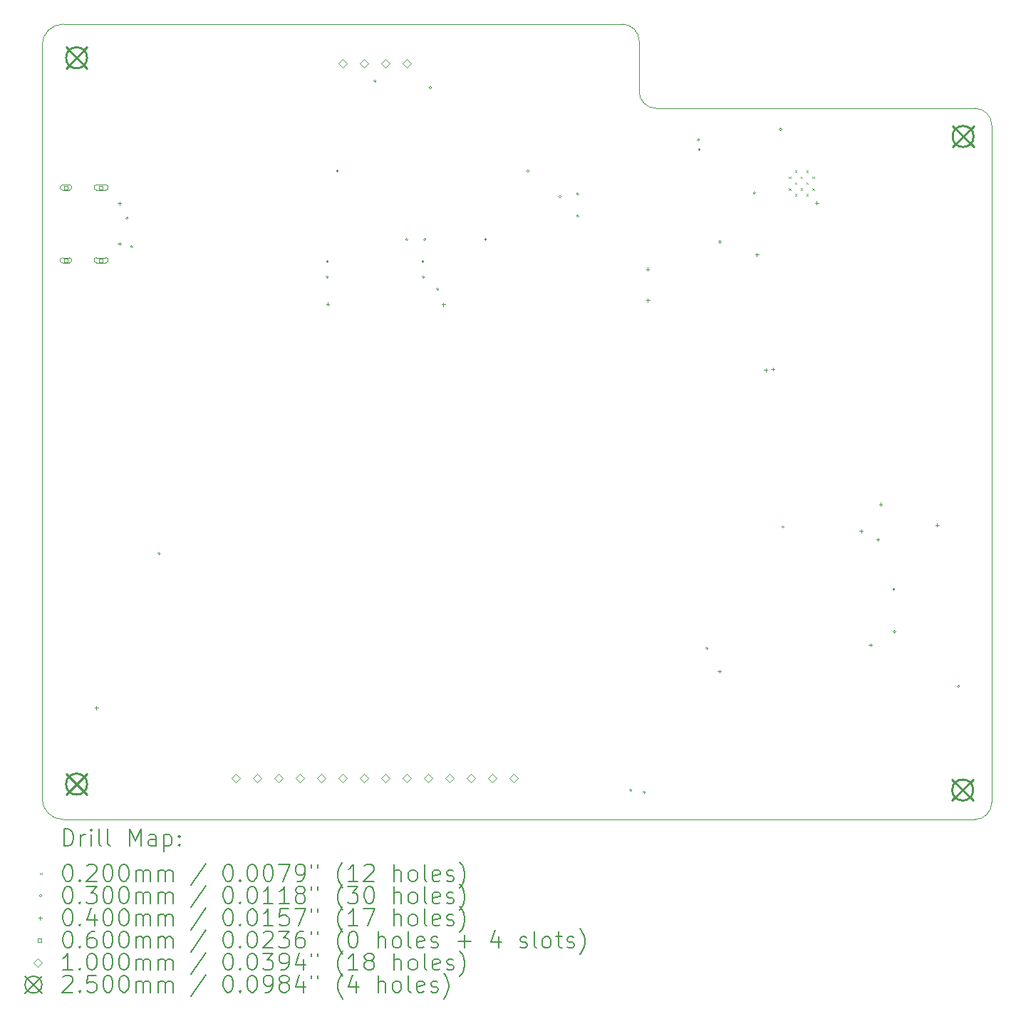
<source format=gbr>
%TF.GenerationSoftware,KiCad,Pcbnew,9.0.1*%
%TF.CreationDate,2025-06-20T23:10:50-05:00*%
%TF.ProjectId,LVGL_Training_Board,4c56474c-5f54-4726-9169-6e696e675f42,rev?*%
%TF.SameCoordinates,Original*%
%TF.FileFunction,Drillmap*%
%TF.FilePolarity,Positive*%
%FSLAX45Y45*%
G04 Gerber Fmt 4.5, Leading zero omitted, Abs format (unit mm)*
G04 Created by KiCad (PCBNEW 9.0.1) date 2025-06-20 23:10:50*
%MOMM*%
%LPD*%
G01*
G04 APERTURE LIST*
%ADD10C,0.050000*%
%ADD11C,0.200000*%
%ADD12C,0.100000*%
%ADD13C,0.250000*%
G04 APERTURE END LIST*
D10*
X8895000Y-5315000D02*
X15540000Y-5315000D01*
X19930000Y-6515000D02*
X19930000Y-14565000D01*
X15940000Y-6315000D02*
G75*
G02*
X15740000Y-6115000I0J200000D01*
G01*
X19930000Y-14565000D02*
G75*
G02*
X19730000Y-14765000I-200000J0D01*
G01*
X19730000Y-14765000D02*
X9765000Y-14765000D01*
X19730000Y-6315000D02*
G75*
G02*
X19930000Y-6515000I0J-200000D01*
G01*
X15540000Y-5315000D02*
G75*
G02*
X15740000Y-5515000I0J-200000D01*
G01*
X8895000Y-14765000D02*
G75*
G02*
X8645000Y-14515000I0J250000D01*
G01*
X8645000Y-14515000D02*
X8645000Y-5565000D01*
X8645000Y-5565000D02*
G75*
G02*
X8895000Y-5315000I250000J0D01*
G01*
X15740000Y-5515000D02*
X15740000Y-6115000D01*
X15940000Y-6315000D02*
X19730000Y-6315000D01*
X9765000Y-14765000D02*
X8895000Y-14765000D01*
D11*
D12*
X17520000Y-7125000D02*
X17540000Y-7145000D01*
X17540000Y-7125000D02*
X17520000Y-7145000D01*
X17520000Y-7265000D02*
X17540000Y-7285000D01*
X17540000Y-7265000D02*
X17520000Y-7285000D01*
X17590000Y-7055000D02*
X17610000Y-7075000D01*
X17610000Y-7055000D02*
X17590000Y-7075000D01*
X17590000Y-7195000D02*
X17610000Y-7215000D01*
X17610000Y-7195000D02*
X17590000Y-7215000D01*
X17590000Y-7335000D02*
X17610000Y-7355000D01*
X17610000Y-7335000D02*
X17590000Y-7355000D01*
X17660000Y-7125000D02*
X17680000Y-7145000D01*
X17680000Y-7125000D02*
X17660000Y-7145000D01*
X17660000Y-7265000D02*
X17680000Y-7285000D01*
X17680000Y-7265000D02*
X17660000Y-7285000D01*
X17730000Y-7055000D02*
X17750000Y-7075000D01*
X17750000Y-7055000D02*
X17730000Y-7075000D01*
X17730000Y-7195000D02*
X17750000Y-7215000D01*
X17750000Y-7195000D02*
X17730000Y-7215000D01*
X17730000Y-7335000D02*
X17750000Y-7355000D01*
X17750000Y-7335000D02*
X17730000Y-7355000D01*
X17800000Y-7125000D02*
X17820000Y-7145000D01*
X17820000Y-7125000D02*
X17800000Y-7145000D01*
X17800000Y-7265000D02*
X17820000Y-7285000D01*
X17820000Y-7265000D02*
X17800000Y-7285000D01*
X9670000Y-7620000D02*
G75*
G02*
X9640000Y-7620000I-15000J0D01*
G01*
X9640000Y-7620000D02*
G75*
G02*
X9670000Y-7620000I15000J0D01*
G01*
X9725000Y-7960000D02*
G75*
G02*
X9695000Y-7960000I-15000J0D01*
G01*
X9695000Y-7960000D02*
G75*
G02*
X9725000Y-7960000I15000J0D01*
G01*
X10050000Y-11605000D02*
G75*
G02*
X10020000Y-11605000I-15000J0D01*
G01*
X10020000Y-11605000D02*
G75*
G02*
X10050000Y-11605000I15000J0D01*
G01*
X12050000Y-8135000D02*
G75*
G02*
X12020000Y-8135000I-15000J0D01*
G01*
X12020000Y-8135000D02*
G75*
G02*
X12050000Y-8135000I15000J0D01*
G01*
X12050000Y-8320000D02*
G75*
G02*
X12020000Y-8320000I-15000J0D01*
G01*
X12020000Y-8320000D02*
G75*
G02*
X12050000Y-8320000I15000J0D01*
G01*
X12169000Y-7060000D02*
G75*
G02*
X12139000Y-7060000I-15000J0D01*
G01*
X12139000Y-7060000D02*
G75*
G02*
X12169000Y-7060000I15000J0D01*
G01*
X12615000Y-5990000D02*
G75*
G02*
X12585000Y-5990000I-15000J0D01*
G01*
X12585000Y-5990000D02*
G75*
G02*
X12615000Y-5990000I15000J0D01*
G01*
X12991000Y-7875000D02*
G75*
G02*
X12961000Y-7875000I-15000J0D01*
G01*
X12961000Y-7875000D02*
G75*
G02*
X12991000Y-7875000I15000J0D01*
G01*
X13185000Y-8135000D02*
G75*
G02*
X13155000Y-8135000I-15000J0D01*
G01*
X13155000Y-8135000D02*
G75*
G02*
X13185000Y-8135000I15000J0D01*
G01*
X13190000Y-8320000D02*
G75*
G02*
X13160000Y-8320000I-15000J0D01*
G01*
X13160000Y-8320000D02*
G75*
G02*
X13190000Y-8320000I15000J0D01*
G01*
X13210000Y-7875000D02*
G75*
G02*
X13180000Y-7875000I-15000J0D01*
G01*
X13180000Y-7875000D02*
G75*
G02*
X13210000Y-7875000I15000J0D01*
G01*
X13275076Y-6069924D02*
G75*
G02*
X13245076Y-6069924I-15000J0D01*
G01*
X13245076Y-6069924D02*
G75*
G02*
X13275076Y-6069924I15000J0D01*
G01*
X13360000Y-8465000D02*
G75*
G02*
X13330000Y-8465000I-15000J0D01*
G01*
X13330000Y-8465000D02*
G75*
G02*
X13360000Y-8465000I15000J0D01*
G01*
X13930000Y-7875000D02*
G75*
G02*
X13900000Y-7875000I-15000J0D01*
G01*
X13900000Y-7875000D02*
G75*
G02*
X13930000Y-7875000I15000J0D01*
G01*
X14435000Y-7060000D02*
G75*
G02*
X14405000Y-7060000I-15000J0D01*
G01*
X14405000Y-7060000D02*
G75*
G02*
X14435000Y-7060000I15000J0D01*
G01*
X14815000Y-7365000D02*
G75*
G02*
X14785000Y-7365000I-15000J0D01*
G01*
X14785000Y-7365000D02*
G75*
G02*
X14815000Y-7365000I15000J0D01*
G01*
X15025000Y-7335000D02*
G75*
G02*
X14995000Y-7335000I-15000J0D01*
G01*
X14995000Y-7335000D02*
G75*
G02*
X15025000Y-7335000I15000J0D01*
G01*
X15025000Y-7595000D02*
G75*
G02*
X14995000Y-7595000I-15000J0D01*
G01*
X14995000Y-7595000D02*
G75*
G02*
X15025000Y-7595000I15000J0D01*
G01*
X15655000Y-14415000D02*
G75*
G02*
X15625000Y-14415000I-15000J0D01*
G01*
X15625000Y-14415000D02*
G75*
G02*
X15655000Y-14415000I15000J0D01*
G01*
X15815000Y-14440000D02*
G75*
G02*
X15785000Y-14440000I-15000J0D01*
G01*
X15785000Y-14440000D02*
G75*
G02*
X15815000Y-14440000I15000J0D01*
G01*
X16460000Y-6690000D02*
G75*
G02*
X16430000Y-6690000I-15000J0D01*
G01*
X16430000Y-6690000D02*
G75*
G02*
X16460000Y-6690000I15000J0D01*
G01*
X16470000Y-6805000D02*
G75*
G02*
X16440000Y-6805000I-15000J0D01*
G01*
X16440000Y-6805000D02*
G75*
G02*
X16470000Y-6805000I15000J0D01*
G01*
X16560000Y-12730000D02*
G75*
G02*
X16530000Y-12730000I-15000J0D01*
G01*
X16530000Y-12730000D02*
G75*
G02*
X16560000Y-12730000I15000J0D01*
G01*
X16715000Y-7902000D02*
G75*
G02*
X16685000Y-7902000I-15000J0D01*
G01*
X16685000Y-7902000D02*
G75*
G02*
X16715000Y-7902000I15000J0D01*
G01*
X17125000Y-7320000D02*
G75*
G02*
X17095000Y-7320000I-15000J0D01*
G01*
X17095000Y-7320000D02*
G75*
G02*
X17125000Y-7320000I15000J0D01*
G01*
X17435000Y-6565000D02*
G75*
G02*
X17405000Y-6565000I-15000J0D01*
G01*
X17405000Y-6565000D02*
G75*
G02*
X17435000Y-6565000I15000J0D01*
G01*
X17465000Y-11290000D02*
G75*
G02*
X17435000Y-11290000I-15000J0D01*
G01*
X17435000Y-11290000D02*
G75*
G02*
X17465000Y-11290000I15000J0D01*
G01*
X18780000Y-12030000D02*
G75*
G02*
X18750000Y-12030000I-15000J0D01*
G01*
X18750000Y-12030000D02*
G75*
G02*
X18780000Y-12030000I15000J0D01*
G01*
X18790000Y-12535000D02*
G75*
G02*
X18760000Y-12535000I-15000J0D01*
G01*
X18760000Y-12535000D02*
G75*
G02*
X18790000Y-12535000I15000J0D01*
G01*
X19550000Y-13185000D02*
G75*
G02*
X19520000Y-13185000I-15000J0D01*
G01*
X19520000Y-13185000D02*
G75*
G02*
X19550000Y-13185000I15000J0D01*
G01*
X9290000Y-13420000D02*
X9290000Y-13460000D01*
X9270000Y-13440000D02*
X9310000Y-13440000D01*
X9565000Y-7425000D02*
X9565000Y-7465000D01*
X9545000Y-7445000D02*
X9585000Y-7445000D01*
X9565000Y-7905000D02*
X9565000Y-7945000D01*
X9545000Y-7925000D02*
X9585000Y-7925000D01*
X12040000Y-8620000D02*
X12040000Y-8660000D01*
X12020000Y-8640000D02*
X12060000Y-8640000D01*
X13415100Y-8625000D02*
X13415100Y-8665000D01*
X13395100Y-8645000D02*
X13435100Y-8645000D01*
X15840000Y-8205000D02*
X15840000Y-8245000D01*
X15820000Y-8225000D02*
X15860000Y-8225000D01*
X15845000Y-8575000D02*
X15845000Y-8615000D01*
X15825000Y-8595000D02*
X15865000Y-8595000D01*
X16695000Y-12985000D02*
X16695000Y-13025000D01*
X16675000Y-13005000D02*
X16715000Y-13005000D01*
X17140000Y-8035000D02*
X17140000Y-8075000D01*
X17120000Y-8055000D02*
X17160000Y-8055000D01*
X17245000Y-9405000D02*
X17245000Y-9445000D01*
X17225000Y-9425000D02*
X17265000Y-9425000D01*
X17330000Y-9395000D02*
X17330000Y-9435000D01*
X17310000Y-9415000D02*
X17350000Y-9415000D01*
X17850000Y-7420000D02*
X17850000Y-7460000D01*
X17830000Y-7440000D02*
X17870000Y-7440000D01*
X18379545Y-11318621D02*
X18379545Y-11358621D01*
X18359545Y-11338621D02*
X18399545Y-11338621D01*
X18490000Y-12670000D02*
X18490000Y-12710000D01*
X18470000Y-12690000D02*
X18510000Y-12690000D01*
X18575000Y-11416600D02*
X18575000Y-11456600D01*
X18555000Y-11436600D02*
X18595000Y-11436600D01*
X18610000Y-11000000D02*
X18610000Y-11040000D01*
X18590000Y-11020000D02*
X18630000Y-11020000D01*
X19280000Y-11245000D02*
X19280000Y-11285000D01*
X19260000Y-11265000D02*
X19300000Y-11265000D01*
X8949963Y-7276463D02*
X8949963Y-7234037D01*
X8907537Y-7234037D01*
X8907537Y-7276463D01*
X8949963Y-7276463D01*
X8968750Y-7225250D02*
X8888750Y-7225250D01*
X8888750Y-7285250D02*
G75*
G02*
X8888750Y-7225250I0J30000D01*
G01*
X8888750Y-7285250D02*
X8968750Y-7285250D01*
X8968750Y-7285250D02*
G75*
G03*
X8968750Y-7225250I0J30000D01*
G01*
X8949963Y-8140463D02*
X8949963Y-8098037D01*
X8907537Y-8098037D01*
X8907537Y-8140463D01*
X8949963Y-8140463D01*
X8968750Y-8089250D02*
X8888750Y-8089250D01*
X8888750Y-8149250D02*
G75*
G02*
X8888750Y-8089250I0J30000D01*
G01*
X8888750Y-8149250D02*
X8968750Y-8149250D01*
X8968750Y-8149250D02*
G75*
G03*
X8968750Y-8089250I0J30000D01*
G01*
X9367963Y-7276463D02*
X9367963Y-7234037D01*
X9325537Y-7234037D01*
X9325537Y-7276463D01*
X9367963Y-7276463D01*
X9401750Y-7225250D02*
X9291750Y-7225250D01*
X9291750Y-7285250D02*
G75*
G02*
X9291750Y-7225250I0J30000D01*
G01*
X9291750Y-7285250D02*
X9401750Y-7285250D01*
X9401750Y-7285250D02*
G75*
G03*
X9401750Y-7225250I0J30000D01*
G01*
X9367963Y-8140463D02*
X9367963Y-8098037D01*
X9325537Y-8098037D01*
X9325537Y-8140463D01*
X9367963Y-8140463D01*
X9401750Y-8089250D02*
X9291750Y-8089250D01*
X9291750Y-8149250D02*
G75*
G02*
X9291750Y-8089250I0J30000D01*
G01*
X9291750Y-8149250D02*
X9401750Y-8149250D01*
X9401750Y-8149250D02*
G75*
G03*
X9401750Y-8089250I0J30000D01*
G01*
X10944000Y-14326000D02*
X10994000Y-14276000D01*
X10944000Y-14226000D01*
X10894000Y-14276000D01*
X10944000Y-14326000D01*
X11198000Y-14326000D02*
X11248000Y-14276000D01*
X11198000Y-14226000D01*
X11148000Y-14276000D01*
X11198000Y-14326000D01*
X11452000Y-14326000D02*
X11502000Y-14276000D01*
X11452000Y-14226000D01*
X11402000Y-14276000D01*
X11452000Y-14326000D01*
X11706000Y-14326000D02*
X11756000Y-14276000D01*
X11706000Y-14226000D01*
X11656000Y-14276000D01*
X11706000Y-14326000D01*
X11960000Y-14326000D02*
X12010000Y-14276000D01*
X11960000Y-14226000D01*
X11910000Y-14276000D01*
X11960000Y-14326000D01*
X12214000Y-5834000D02*
X12264000Y-5784000D01*
X12214000Y-5734000D01*
X12164000Y-5784000D01*
X12214000Y-5834000D01*
X12214000Y-14326000D02*
X12264000Y-14276000D01*
X12214000Y-14226000D01*
X12164000Y-14276000D01*
X12214000Y-14326000D01*
X12468000Y-5834000D02*
X12518000Y-5784000D01*
X12468000Y-5734000D01*
X12418000Y-5784000D01*
X12468000Y-5834000D01*
X12468000Y-14326000D02*
X12518000Y-14276000D01*
X12468000Y-14226000D01*
X12418000Y-14276000D01*
X12468000Y-14326000D01*
X12722000Y-5834000D02*
X12772000Y-5784000D01*
X12722000Y-5734000D01*
X12672000Y-5784000D01*
X12722000Y-5834000D01*
X12722000Y-14326000D02*
X12772000Y-14276000D01*
X12722000Y-14226000D01*
X12672000Y-14276000D01*
X12722000Y-14326000D01*
X12976000Y-5834000D02*
X13026000Y-5784000D01*
X12976000Y-5734000D01*
X12926000Y-5784000D01*
X12976000Y-5834000D01*
X12976000Y-14326000D02*
X13026000Y-14276000D01*
X12976000Y-14226000D01*
X12926000Y-14276000D01*
X12976000Y-14326000D01*
X13230000Y-14326000D02*
X13280000Y-14276000D01*
X13230000Y-14226000D01*
X13180000Y-14276000D01*
X13230000Y-14326000D01*
X13484000Y-14326000D02*
X13534000Y-14276000D01*
X13484000Y-14226000D01*
X13434000Y-14276000D01*
X13484000Y-14326000D01*
X13738000Y-14326000D02*
X13788000Y-14276000D01*
X13738000Y-14226000D01*
X13688000Y-14276000D01*
X13738000Y-14326000D01*
X13992000Y-14326000D02*
X14042000Y-14276000D01*
X13992000Y-14226000D01*
X13942000Y-14276000D01*
X13992000Y-14326000D01*
X14246000Y-14326000D02*
X14296000Y-14276000D01*
X14246000Y-14226000D01*
X14196000Y-14276000D01*
X14246000Y-14326000D01*
D13*
X8930000Y-5590000D02*
X9180000Y-5840000D01*
X9180000Y-5590000D02*
X8930000Y-5840000D01*
X9180000Y-5715000D02*
G75*
G02*
X8930000Y-5715000I-125000J0D01*
G01*
X8930000Y-5715000D02*
G75*
G02*
X9180000Y-5715000I125000J0D01*
G01*
X8930000Y-14220000D02*
X9180000Y-14470000D01*
X9180000Y-14220000D02*
X8930000Y-14470000D01*
X9180000Y-14345000D02*
G75*
G02*
X8930000Y-14345000I-125000J0D01*
G01*
X8930000Y-14345000D02*
G75*
G02*
X9180000Y-14345000I125000J0D01*
G01*
X19460000Y-14290000D02*
X19710000Y-14540000D01*
X19710000Y-14290000D02*
X19460000Y-14540000D01*
X19710000Y-14415000D02*
G75*
G02*
X19460000Y-14415000I-125000J0D01*
G01*
X19460000Y-14415000D02*
G75*
G02*
X19710000Y-14415000I125000J0D01*
G01*
X19465000Y-6525000D02*
X19715000Y-6775000D01*
X19715000Y-6525000D02*
X19465000Y-6775000D01*
X19715000Y-6650000D02*
G75*
G02*
X19465000Y-6650000I-125000J0D01*
G01*
X19465000Y-6650000D02*
G75*
G02*
X19715000Y-6650000I125000J0D01*
G01*
D11*
X8903277Y-15078984D02*
X8903277Y-14878984D01*
X8903277Y-14878984D02*
X8950896Y-14878984D01*
X8950896Y-14878984D02*
X8979467Y-14888508D01*
X8979467Y-14888508D02*
X8998515Y-14907555D01*
X8998515Y-14907555D02*
X9008039Y-14926603D01*
X9008039Y-14926603D02*
X9017563Y-14964698D01*
X9017563Y-14964698D02*
X9017563Y-14993269D01*
X9017563Y-14993269D02*
X9008039Y-15031365D01*
X9008039Y-15031365D02*
X8998515Y-15050412D01*
X8998515Y-15050412D02*
X8979467Y-15069460D01*
X8979467Y-15069460D02*
X8950896Y-15078984D01*
X8950896Y-15078984D02*
X8903277Y-15078984D01*
X9103277Y-15078984D02*
X9103277Y-14945650D01*
X9103277Y-14983746D02*
X9112801Y-14964698D01*
X9112801Y-14964698D02*
X9122324Y-14955174D01*
X9122324Y-14955174D02*
X9141372Y-14945650D01*
X9141372Y-14945650D02*
X9160420Y-14945650D01*
X9227086Y-15078984D02*
X9227086Y-14945650D01*
X9227086Y-14878984D02*
X9217563Y-14888508D01*
X9217563Y-14888508D02*
X9227086Y-14898031D01*
X9227086Y-14898031D02*
X9236610Y-14888508D01*
X9236610Y-14888508D02*
X9227086Y-14878984D01*
X9227086Y-14878984D02*
X9227086Y-14898031D01*
X9350896Y-15078984D02*
X9331848Y-15069460D01*
X9331848Y-15069460D02*
X9322324Y-15050412D01*
X9322324Y-15050412D02*
X9322324Y-14878984D01*
X9455658Y-15078984D02*
X9436610Y-15069460D01*
X9436610Y-15069460D02*
X9427086Y-15050412D01*
X9427086Y-15050412D02*
X9427086Y-14878984D01*
X9684229Y-15078984D02*
X9684229Y-14878984D01*
X9684229Y-14878984D02*
X9750896Y-15021841D01*
X9750896Y-15021841D02*
X9817563Y-14878984D01*
X9817563Y-14878984D02*
X9817563Y-15078984D01*
X9998515Y-15078984D02*
X9998515Y-14974222D01*
X9998515Y-14974222D02*
X9988991Y-14955174D01*
X9988991Y-14955174D02*
X9969944Y-14945650D01*
X9969944Y-14945650D02*
X9931848Y-14945650D01*
X9931848Y-14945650D02*
X9912801Y-14955174D01*
X9998515Y-15069460D02*
X9979467Y-15078984D01*
X9979467Y-15078984D02*
X9931848Y-15078984D01*
X9931848Y-15078984D02*
X9912801Y-15069460D01*
X9912801Y-15069460D02*
X9903277Y-15050412D01*
X9903277Y-15050412D02*
X9903277Y-15031365D01*
X9903277Y-15031365D02*
X9912801Y-15012317D01*
X9912801Y-15012317D02*
X9931848Y-15002793D01*
X9931848Y-15002793D02*
X9979467Y-15002793D01*
X9979467Y-15002793D02*
X9998515Y-14993269D01*
X10093753Y-14945650D02*
X10093753Y-15145650D01*
X10093753Y-14955174D02*
X10112801Y-14945650D01*
X10112801Y-14945650D02*
X10150896Y-14945650D01*
X10150896Y-14945650D02*
X10169944Y-14955174D01*
X10169944Y-14955174D02*
X10179467Y-14964698D01*
X10179467Y-14964698D02*
X10188991Y-14983746D01*
X10188991Y-14983746D02*
X10188991Y-15040888D01*
X10188991Y-15040888D02*
X10179467Y-15059936D01*
X10179467Y-15059936D02*
X10169944Y-15069460D01*
X10169944Y-15069460D02*
X10150896Y-15078984D01*
X10150896Y-15078984D02*
X10112801Y-15078984D01*
X10112801Y-15078984D02*
X10093753Y-15069460D01*
X10274705Y-15059936D02*
X10284229Y-15069460D01*
X10284229Y-15069460D02*
X10274705Y-15078984D01*
X10274705Y-15078984D02*
X10265182Y-15069460D01*
X10265182Y-15069460D02*
X10274705Y-15059936D01*
X10274705Y-15059936D02*
X10274705Y-15078984D01*
X10274705Y-14955174D02*
X10284229Y-14964698D01*
X10284229Y-14964698D02*
X10274705Y-14974222D01*
X10274705Y-14974222D02*
X10265182Y-14964698D01*
X10265182Y-14964698D02*
X10274705Y-14955174D01*
X10274705Y-14955174D02*
X10274705Y-14974222D01*
D12*
X8622500Y-15397500D02*
X8642500Y-15417500D01*
X8642500Y-15397500D02*
X8622500Y-15417500D01*
D11*
X8941372Y-15298984D02*
X8960420Y-15298984D01*
X8960420Y-15298984D02*
X8979467Y-15308508D01*
X8979467Y-15308508D02*
X8988991Y-15318031D01*
X8988991Y-15318031D02*
X8998515Y-15337079D01*
X8998515Y-15337079D02*
X9008039Y-15375174D01*
X9008039Y-15375174D02*
X9008039Y-15422793D01*
X9008039Y-15422793D02*
X8998515Y-15460888D01*
X8998515Y-15460888D02*
X8988991Y-15479936D01*
X8988991Y-15479936D02*
X8979467Y-15489460D01*
X8979467Y-15489460D02*
X8960420Y-15498984D01*
X8960420Y-15498984D02*
X8941372Y-15498984D01*
X8941372Y-15498984D02*
X8922324Y-15489460D01*
X8922324Y-15489460D02*
X8912801Y-15479936D01*
X8912801Y-15479936D02*
X8903277Y-15460888D01*
X8903277Y-15460888D02*
X8893753Y-15422793D01*
X8893753Y-15422793D02*
X8893753Y-15375174D01*
X8893753Y-15375174D02*
X8903277Y-15337079D01*
X8903277Y-15337079D02*
X8912801Y-15318031D01*
X8912801Y-15318031D02*
X8922324Y-15308508D01*
X8922324Y-15308508D02*
X8941372Y-15298984D01*
X9093753Y-15479936D02*
X9103277Y-15489460D01*
X9103277Y-15489460D02*
X9093753Y-15498984D01*
X9093753Y-15498984D02*
X9084229Y-15489460D01*
X9084229Y-15489460D02*
X9093753Y-15479936D01*
X9093753Y-15479936D02*
X9093753Y-15498984D01*
X9179467Y-15318031D02*
X9188991Y-15308508D01*
X9188991Y-15308508D02*
X9208039Y-15298984D01*
X9208039Y-15298984D02*
X9255658Y-15298984D01*
X9255658Y-15298984D02*
X9274705Y-15308508D01*
X9274705Y-15308508D02*
X9284229Y-15318031D01*
X9284229Y-15318031D02*
X9293753Y-15337079D01*
X9293753Y-15337079D02*
X9293753Y-15356127D01*
X9293753Y-15356127D02*
X9284229Y-15384698D01*
X9284229Y-15384698D02*
X9169944Y-15498984D01*
X9169944Y-15498984D02*
X9293753Y-15498984D01*
X9417563Y-15298984D02*
X9436610Y-15298984D01*
X9436610Y-15298984D02*
X9455658Y-15308508D01*
X9455658Y-15308508D02*
X9465182Y-15318031D01*
X9465182Y-15318031D02*
X9474705Y-15337079D01*
X9474705Y-15337079D02*
X9484229Y-15375174D01*
X9484229Y-15375174D02*
X9484229Y-15422793D01*
X9484229Y-15422793D02*
X9474705Y-15460888D01*
X9474705Y-15460888D02*
X9465182Y-15479936D01*
X9465182Y-15479936D02*
X9455658Y-15489460D01*
X9455658Y-15489460D02*
X9436610Y-15498984D01*
X9436610Y-15498984D02*
X9417563Y-15498984D01*
X9417563Y-15498984D02*
X9398515Y-15489460D01*
X9398515Y-15489460D02*
X9388991Y-15479936D01*
X9388991Y-15479936D02*
X9379467Y-15460888D01*
X9379467Y-15460888D02*
X9369944Y-15422793D01*
X9369944Y-15422793D02*
X9369944Y-15375174D01*
X9369944Y-15375174D02*
X9379467Y-15337079D01*
X9379467Y-15337079D02*
X9388991Y-15318031D01*
X9388991Y-15318031D02*
X9398515Y-15308508D01*
X9398515Y-15308508D02*
X9417563Y-15298984D01*
X9608039Y-15298984D02*
X9627086Y-15298984D01*
X9627086Y-15298984D02*
X9646134Y-15308508D01*
X9646134Y-15308508D02*
X9655658Y-15318031D01*
X9655658Y-15318031D02*
X9665182Y-15337079D01*
X9665182Y-15337079D02*
X9674705Y-15375174D01*
X9674705Y-15375174D02*
X9674705Y-15422793D01*
X9674705Y-15422793D02*
X9665182Y-15460888D01*
X9665182Y-15460888D02*
X9655658Y-15479936D01*
X9655658Y-15479936D02*
X9646134Y-15489460D01*
X9646134Y-15489460D02*
X9627086Y-15498984D01*
X9627086Y-15498984D02*
X9608039Y-15498984D01*
X9608039Y-15498984D02*
X9588991Y-15489460D01*
X9588991Y-15489460D02*
X9579467Y-15479936D01*
X9579467Y-15479936D02*
X9569944Y-15460888D01*
X9569944Y-15460888D02*
X9560420Y-15422793D01*
X9560420Y-15422793D02*
X9560420Y-15375174D01*
X9560420Y-15375174D02*
X9569944Y-15337079D01*
X9569944Y-15337079D02*
X9579467Y-15318031D01*
X9579467Y-15318031D02*
X9588991Y-15308508D01*
X9588991Y-15308508D02*
X9608039Y-15298984D01*
X9760420Y-15498984D02*
X9760420Y-15365650D01*
X9760420Y-15384698D02*
X9769944Y-15375174D01*
X9769944Y-15375174D02*
X9788991Y-15365650D01*
X9788991Y-15365650D02*
X9817563Y-15365650D01*
X9817563Y-15365650D02*
X9836610Y-15375174D01*
X9836610Y-15375174D02*
X9846134Y-15394222D01*
X9846134Y-15394222D02*
X9846134Y-15498984D01*
X9846134Y-15394222D02*
X9855658Y-15375174D01*
X9855658Y-15375174D02*
X9874705Y-15365650D01*
X9874705Y-15365650D02*
X9903277Y-15365650D01*
X9903277Y-15365650D02*
X9922325Y-15375174D01*
X9922325Y-15375174D02*
X9931848Y-15394222D01*
X9931848Y-15394222D02*
X9931848Y-15498984D01*
X10027086Y-15498984D02*
X10027086Y-15365650D01*
X10027086Y-15384698D02*
X10036610Y-15375174D01*
X10036610Y-15375174D02*
X10055658Y-15365650D01*
X10055658Y-15365650D02*
X10084229Y-15365650D01*
X10084229Y-15365650D02*
X10103277Y-15375174D01*
X10103277Y-15375174D02*
X10112801Y-15394222D01*
X10112801Y-15394222D02*
X10112801Y-15498984D01*
X10112801Y-15394222D02*
X10122325Y-15375174D01*
X10122325Y-15375174D02*
X10141372Y-15365650D01*
X10141372Y-15365650D02*
X10169944Y-15365650D01*
X10169944Y-15365650D02*
X10188991Y-15375174D01*
X10188991Y-15375174D02*
X10198515Y-15394222D01*
X10198515Y-15394222D02*
X10198515Y-15498984D01*
X10588991Y-15289460D02*
X10417563Y-15546603D01*
X10846134Y-15298984D02*
X10865182Y-15298984D01*
X10865182Y-15298984D02*
X10884229Y-15308508D01*
X10884229Y-15308508D02*
X10893753Y-15318031D01*
X10893753Y-15318031D02*
X10903277Y-15337079D01*
X10903277Y-15337079D02*
X10912801Y-15375174D01*
X10912801Y-15375174D02*
X10912801Y-15422793D01*
X10912801Y-15422793D02*
X10903277Y-15460888D01*
X10903277Y-15460888D02*
X10893753Y-15479936D01*
X10893753Y-15479936D02*
X10884229Y-15489460D01*
X10884229Y-15489460D02*
X10865182Y-15498984D01*
X10865182Y-15498984D02*
X10846134Y-15498984D01*
X10846134Y-15498984D02*
X10827087Y-15489460D01*
X10827087Y-15489460D02*
X10817563Y-15479936D01*
X10817563Y-15479936D02*
X10808039Y-15460888D01*
X10808039Y-15460888D02*
X10798515Y-15422793D01*
X10798515Y-15422793D02*
X10798515Y-15375174D01*
X10798515Y-15375174D02*
X10808039Y-15337079D01*
X10808039Y-15337079D02*
X10817563Y-15318031D01*
X10817563Y-15318031D02*
X10827087Y-15308508D01*
X10827087Y-15308508D02*
X10846134Y-15298984D01*
X10998515Y-15479936D02*
X11008039Y-15489460D01*
X11008039Y-15489460D02*
X10998515Y-15498984D01*
X10998515Y-15498984D02*
X10988991Y-15489460D01*
X10988991Y-15489460D02*
X10998515Y-15479936D01*
X10998515Y-15479936D02*
X10998515Y-15498984D01*
X11131848Y-15298984D02*
X11150896Y-15298984D01*
X11150896Y-15298984D02*
X11169944Y-15308508D01*
X11169944Y-15308508D02*
X11179468Y-15318031D01*
X11179468Y-15318031D02*
X11188991Y-15337079D01*
X11188991Y-15337079D02*
X11198515Y-15375174D01*
X11198515Y-15375174D02*
X11198515Y-15422793D01*
X11198515Y-15422793D02*
X11188991Y-15460888D01*
X11188991Y-15460888D02*
X11179468Y-15479936D01*
X11179468Y-15479936D02*
X11169944Y-15489460D01*
X11169944Y-15489460D02*
X11150896Y-15498984D01*
X11150896Y-15498984D02*
X11131848Y-15498984D01*
X11131848Y-15498984D02*
X11112801Y-15489460D01*
X11112801Y-15489460D02*
X11103277Y-15479936D01*
X11103277Y-15479936D02*
X11093753Y-15460888D01*
X11093753Y-15460888D02*
X11084229Y-15422793D01*
X11084229Y-15422793D02*
X11084229Y-15375174D01*
X11084229Y-15375174D02*
X11093753Y-15337079D01*
X11093753Y-15337079D02*
X11103277Y-15318031D01*
X11103277Y-15318031D02*
X11112801Y-15308508D01*
X11112801Y-15308508D02*
X11131848Y-15298984D01*
X11322325Y-15298984D02*
X11341372Y-15298984D01*
X11341372Y-15298984D02*
X11360420Y-15308508D01*
X11360420Y-15308508D02*
X11369944Y-15318031D01*
X11369944Y-15318031D02*
X11379467Y-15337079D01*
X11379467Y-15337079D02*
X11388991Y-15375174D01*
X11388991Y-15375174D02*
X11388991Y-15422793D01*
X11388991Y-15422793D02*
X11379467Y-15460888D01*
X11379467Y-15460888D02*
X11369944Y-15479936D01*
X11369944Y-15479936D02*
X11360420Y-15489460D01*
X11360420Y-15489460D02*
X11341372Y-15498984D01*
X11341372Y-15498984D02*
X11322325Y-15498984D01*
X11322325Y-15498984D02*
X11303277Y-15489460D01*
X11303277Y-15489460D02*
X11293753Y-15479936D01*
X11293753Y-15479936D02*
X11284229Y-15460888D01*
X11284229Y-15460888D02*
X11274706Y-15422793D01*
X11274706Y-15422793D02*
X11274706Y-15375174D01*
X11274706Y-15375174D02*
X11284229Y-15337079D01*
X11284229Y-15337079D02*
X11293753Y-15318031D01*
X11293753Y-15318031D02*
X11303277Y-15308508D01*
X11303277Y-15308508D02*
X11322325Y-15298984D01*
X11455658Y-15298984D02*
X11588991Y-15298984D01*
X11588991Y-15298984D02*
X11503277Y-15498984D01*
X11674706Y-15498984D02*
X11712801Y-15498984D01*
X11712801Y-15498984D02*
X11731848Y-15489460D01*
X11731848Y-15489460D02*
X11741372Y-15479936D01*
X11741372Y-15479936D02*
X11760420Y-15451365D01*
X11760420Y-15451365D02*
X11769944Y-15413269D01*
X11769944Y-15413269D02*
X11769944Y-15337079D01*
X11769944Y-15337079D02*
X11760420Y-15318031D01*
X11760420Y-15318031D02*
X11750896Y-15308508D01*
X11750896Y-15308508D02*
X11731848Y-15298984D01*
X11731848Y-15298984D02*
X11693753Y-15298984D01*
X11693753Y-15298984D02*
X11674706Y-15308508D01*
X11674706Y-15308508D02*
X11665182Y-15318031D01*
X11665182Y-15318031D02*
X11655658Y-15337079D01*
X11655658Y-15337079D02*
X11655658Y-15384698D01*
X11655658Y-15384698D02*
X11665182Y-15403746D01*
X11665182Y-15403746D02*
X11674706Y-15413269D01*
X11674706Y-15413269D02*
X11693753Y-15422793D01*
X11693753Y-15422793D02*
X11731848Y-15422793D01*
X11731848Y-15422793D02*
X11750896Y-15413269D01*
X11750896Y-15413269D02*
X11760420Y-15403746D01*
X11760420Y-15403746D02*
X11769944Y-15384698D01*
X11846134Y-15298984D02*
X11846134Y-15337079D01*
X11922325Y-15298984D02*
X11922325Y-15337079D01*
X12217563Y-15575174D02*
X12208039Y-15565650D01*
X12208039Y-15565650D02*
X12188991Y-15537079D01*
X12188991Y-15537079D02*
X12179468Y-15518031D01*
X12179468Y-15518031D02*
X12169944Y-15489460D01*
X12169944Y-15489460D02*
X12160420Y-15441841D01*
X12160420Y-15441841D02*
X12160420Y-15403746D01*
X12160420Y-15403746D02*
X12169944Y-15356127D01*
X12169944Y-15356127D02*
X12179468Y-15327555D01*
X12179468Y-15327555D02*
X12188991Y-15308508D01*
X12188991Y-15308508D02*
X12208039Y-15279936D01*
X12208039Y-15279936D02*
X12217563Y-15270412D01*
X12398515Y-15498984D02*
X12284229Y-15498984D01*
X12341372Y-15498984D02*
X12341372Y-15298984D01*
X12341372Y-15298984D02*
X12322325Y-15327555D01*
X12322325Y-15327555D02*
X12303277Y-15346603D01*
X12303277Y-15346603D02*
X12284229Y-15356127D01*
X12474706Y-15318031D02*
X12484229Y-15308508D01*
X12484229Y-15308508D02*
X12503277Y-15298984D01*
X12503277Y-15298984D02*
X12550896Y-15298984D01*
X12550896Y-15298984D02*
X12569944Y-15308508D01*
X12569944Y-15308508D02*
X12579468Y-15318031D01*
X12579468Y-15318031D02*
X12588991Y-15337079D01*
X12588991Y-15337079D02*
X12588991Y-15356127D01*
X12588991Y-15356127D02*
X12579468Y-15384698D01*
X12579468Y-15384698D02*
X12465182Y-15498984D01*
X12465182Y-15498984D02*
X12588991Y-15498984D01*
X12827087Y-15498984D02*
X12827087Y-15298984D01*
X12912801Y-15498984D02*
X12912801Y-15394222D01*
X12912801Y-15394222D02*
X12903277Y-15375174D01*
X12903277Y-15375174D02*
X12884230Y-15365650D01*
X12884230Y-15365650D02*
X12855658Y-15365650D01*
X12855658Y-15365650D02*
X12836610Y-15375174D01*
X12836610Y-15375174D02*
X12827087Y-15384698D01*
X13036610Y-15498984D02*
X13017563Y-15489460D01*
X13017563Y-15489460D02*
X13008039Y-15479936D01*
X13008039Y-15479936D02*
X12998515Y-15460888D01*
X12998515Y-15460888D02*
X12998515Y-15403746D01*
X12998515Y-15403746D02*
X13008039Y-15384698D01*
X13008039Y-15384698D02*
X13017563Y-15375174D01*
X13017563Y-15375174D02*
X13036610Y-15365650D01*
X13036610Y-15365650D02*
X13065182Y-15365650D01*
X13065182Y-15365650D02*
X13084230Y-15375174D01*
X13084230Y-15375174D02*
X13093753Y-15384698D01*
X13093753Y-15384698D02*
X13103277Y-15403746D01*
X13103277Y-15403746D02*
X13103277Y-15460888D01*
X13103277Y-15460888D02*
X13093753Y-15479936D01*
X13093753Y-15479936D02*
X13084230Y-15489460D01*
X13084230Y-15489460D02*
X13065182Y-15498984D01*
X13065182Y-15498984D02*
X13036610Y-15498984D01*
X13217563Y-15498984D02*
X13198515Y-15489460D01*
X13198515Y-15489460D02*
X13188991Y-15470412D01*
X13188991Y-15470412D02*
X13188991Y-15298984D01*
X13369944Y-15489460D02*
X13350896Y-15498984D01*
X13350896Y-15498984D02*
X13312801Y-15498984D01*
X13312801Y-15498984D02*
X13293753Y-15489460D01*
X13293753Y-15489460D02*
X13284230Y-15470412D01*
X13284230Y-15470412D02*
X13284230Y-15394222D01*
X13284230Y-15394222D02*
X13293753Y-15375174D01*
X13293753Y-15375174D02*
X13312801Y-15365650D01*
X13312801Y-15365650D02*
X13350896Y-15365650D01*
X13350896Y-15365650D02*
X13369944Y-15375174D01*
X13369944Y-15375174D02*
X13379468Y-15394222D01*
X13379468Y-15394222D02*
X13379468Y-15413269D01*
X13379468Y-15413269D02*
X13284230Y-15432317D01*
X13455658Y-15489460D02*
X13474706Y-15498984D01*
X13474706Y-15498984D02*
X13512801Y-15498984D01*
X13512801Y-15498984D02*
X13531849Y-15489460D01*
X13531849Y-15489460D02*
X13541372Y-15470412D01*
X13541372Y-15470412D02*
X13541372Y-15460888D01*
X13541372Y-15460888D02*
X13531849Y-15441841D01*
X13531849Y-15441841D02*
X13512801Y-15432317D01*
X13512801Y-15432317D02*
X13484230Y-15432317D01*
X13484230Y-15432317D02*
X13465182Y-15422793D01*
X13465182Y-15422793D02*
X13455658Y-15403746D01*
X13455658Y-15403746D02*
X13455658Y-15394222D01*
X13455658Y-15394222D02*
X13465182Y-15375174D01*
X13465182Y-15375174D02*
X13484230Y-15365650D01*
X13484230Y-15365650D02*
X13512801Y-15365650D01*
X13512801Y-15365650D02*
X13531849Y-15375174D01*
X13608039Y-15575174D02*
X13617563Y-15565650D01*
X13617563Y-15565650D02*
X13636611Y-15537079D01*
X13636611Y-15537079D02*
X13646134Y-15518031D01*
X13646134Y-15518031D02*
X13655658Y-15489460D01*
X13655658Y-15489460D02*
X13665182Y-15441841D01*
X13665182Y-15441841D02*
X13665182Y-15403746D01*
X13665182Y-15403746D02*
X13655658Y-15356127D01*
X13655658Y-15356127D02*
X13646134Y-15327555D01*
X13646134Y-15327555D02*
X13636611Y-15308508D01*
X13636611Y-15308508D02*
X13617563Y-15279936D01*
X13617563Y-15279936D02*
X13608039Y-15270412D01*
D12*
X8642500Y-15671500D02*
G75*
G02*
X8612500Y-15671500I-15000J0D01*
G01*
X8612500Y-15671500D02*
G75*
G02*
X8642500Y-15671500I15000J0D01*
G01*
D11*
X8941372Y-15562984D02*
X8960420Y-15562984D01*
X8960420Y-15562984D02*
X8979467Y-15572508D01*
X8979467Y-15572508D02*
X8988991Y-15582031D01*
X8988991Y-15582031D02*
X8998515Y-15601079D01*
X8998515Y-15601079D02*
X9008039Y-15639174D01*
X9008039Y-15639174D02*
X9008039Y-15686793D01*
X9008039Y-15686793D02*
X8998515Y-15724888D01*
X8998515Y-15724888D02*
X8988991Y-15743936D01*
X8988991Y-15743936D02*
X8979467Y-15753460D01*
X8979467Y-15753460D02*
X8960420Y-15762984D01*
X8960420Y-15762984D02*
X8941372Y-15762984D01*
X8941372Y-15762984D02*
X8922324Y-15753460D01*
X8922324Y-15753460D02*
X8912801Y-15743936D01*
X8912801Y-15743936D02*
X8903277Y-15724888D01*
X8903277Y-15724888D02*
X8893753Y-15686793D01*
X8893753Y-15686793D02*
X8893753Y-15639174D01*
X8893753Y-15639174D02*
X8903277Y-15601079D01*
X8903277Y-15601079D02*
X8912801Y-15582031D01*
X8912801Y-15582031D02*
X8922324Y-15572508D01*
X8922324Y-15572508D02*
X8941372Y-15562984D01*
X9093753Y-15743936D02*
X9103277Y-15753460D01*
X9103277Y-15753460D02*
X9093753Y-15762984D01*
X9093753Y-15762984D02*
X9084229Y-15753460D01*
X9084229Y-15753460D02*
X9093753Y-15743936D01*
X9093753Y-15743936D02*
X9093753Y-15762984D01*
X9169944Y-15562984D02*
X9293753Y-15562984D01*
X9293753Y-15562984D02*
X9227086Y-15639174D01*
X9227086Y-15639174D02*
X9255658Y-15639174D01*
X9255658Y-15639174D02*
X9274705Y-15648698D01*
X9274705Y-15648698D02*
X9284229Y-15658222D01*
X9284229Y-15658222D02*
X9293753Y-15677269D01*
X9293753Y-15677269D02*
X9293753Y-15724888D01*
X9293753Y-15724888D02*
X9284229Y-15743936D01*
X9284229Y-15743936D02*
X9274705Y-15753460D01*
X9274705Y-15753460D02*
X9255658Y-15762984D01*
X9255658Y-15762984D02*
X9198515Y-15762984D01*
X9198515Y-15762984D02*
X9179467Y-15753460D01*
X9179467Y-15753460D02*
X9169944Y-15743936D01*
X9417563Y-15562984D02*
X9436610Y-15562984D01*
X9436610Y-15562984D02*
X9455658Y-15572508D01*
X9455658Y-15572508D02*
X9465182Y-15582031D01*
X9465182Y-15582031D02*
X9474705Y-15601079D01*
X9474705Y-15601079D02*
X9484229Y-15639174D01*
X9484229Y-15639174D02*
X9484229Y-15686793D01*
X9484229Y-15686793D02*
X9474705Y-15724888D01*
X9474705Y-15724888D02*
X9465182Y-15743936D01*
X9465182Y-15743936D02*
X9455658Y-15753460D01*
X9455658Y-15753460D02*
X9436610Y-15762984D01*
X9436610Y-15762984D02*
X9417563Y-15762984D01*
X9417563Y-15762984D02*
X9398515Y-15753460D01*
X9398515Y-15753460D02*
X9388991Y-15743936D01*
X9388991Y-15743936D02*
X9379467Y-15724888D01*
X9379467Y-15724888D02*
X9369944Y-15686793D01*
X9369944Y-15686793D02*
X9369944Y-15639174D01*
X9369944Y-15639174D02*
X9379467Y-15601079D01*
X9379467Y-15601079D02*
X9388991Y-15582031D01*
X9388991Y-15582031D02*
X9398515Y-15572508D01*
X9398515Y-15572508D02*
X9417563Y-15562984D01*
X9608039Y-15562984D02*
X9627086Y-15562984D01*
X9627086Y-15562984D02*
X9646134Y-15572508D01*
X9646134Y-15572508D02*
X9655658Y-15582031D01*
X9655658Y-15582031D02*
X9665182Y-15601079D01*
X9665182Y-15601079D02*
X9674705Y-15639174D01*
X9674705Y-15639174D02*
X9674705Y-15686793D01*
X9674705Y-15686793D02*
X9665182Y-15724888D01*
X9665182Y-15724888D02*
X9655658Y-15743936D01*
X9655658Y-15743936D02*
X9646134Y-15753460D01*
X9646134Y-15753460D02*
X9627086Y-15762984D01*
X9627086Y-15762984D02*
X9608039Y-15762984D01*
X9608039Y-15762984D02*
X9588991Y-15753460D01*
X9588991Y-15753460D02*
X9579467Y-15743936D01*
X9579467Y-15743936D02*
X9569944Y-15724888D01*
X9569944Y-15724888D02*
X9560420Y-15686793D01*
X9560420Y-15686793D02*
X9560420Y-15639174D01*
X9560420Y-15639174D02*
X9569944Y-15601079D01*
X9569944Y-15601079D02*
X9579467Y-15582031D01*
X9579467Y-15582031D02*
X9588991Y-15572508D01*
X9588991Y-15572508D02*
X9608039Y-15562984D01*
X9760420Y-15762984D02*
X9760420Y-15629650D01*
X9760420Y-15648698D02*
X9769944Y-15639174D01*
X9769944Y-15639174D02*
X9788991Y-15629650D01*
X9788991Y-15629650D02*
X9817563Y-15629650D01*
X9817563Y-15629650D02*
X9836610Y-15639174D01*
X9836610Y-15639174D02*
X9846134Y-15658222D01*
X9846134Y-15658222D02*
X9846134Y-15762984D01*
X9846134Y-15658222D02*
X9855658Y-15639174D01*
X9855658Y-15639174D02*
X9874705Y-15629650D01*
X9874705Y-15629650D02*
X9903277Y-15629650D01*
X9903277Y-15629650D02*
X9922325Y-15639174D01*
X9922325Y-15639174D02*
X9931848Y-15658222D01*
X9931848Y-15658222D02*
X9931848Y-15762984D01*
X10027086Y-15762984D02*
X10027086Y-15629650D01*
X10027086Y-15648698D02*
X10036610Y-15639174D01*
X10036610Y-15639174D02*
X10055658Y-15629650D01*
X10055658Y-15629650D02*
X10084229Y-15629650D01*
X10084229Y-15629650D02*
X10103277Y-15639174D01*
X10103277Y-15639174D02*
X10112801Y-15658222D01*
X10112801Y-15658222D02*
X10112801Y-15762984D01*
X10112801Y-15658222D02*
X10122325Y-15639174D01*
X10122325Y-15639174D02*
X10141372Y-15629650D01*
X10141372Y-15629650D02*
X10169944Y-15629650D01*
X10169944Y-15629650D02*
X10188991Y-15639174D01*
X10188991Y-15639174D02*
X10198515Y-15658222D01*
X10198515Y-15658222D02*
X10198515Y-15762984D01*
X10588991Y-15553460D02*
X10417563Y-15810603D01*
X10846134Y-15562984D02*
X10865182Y-15562984D01*
X10865182Y-15562984D02*
X10884229Y-15572508D01*
X10884229Y-15572508D02*
X10893753Y-15582031D01*
X10893753Y-15582031D02*
X10903277Y-15601079D01*
X10903277Y-15601079D02*
X10912801Y-15639174D01*
X10912801Y-15639174D02*
X10912801Y-15686793D01*
X10912801Y-15686793D02*
X10903277Y-15724888D01*
X10903277Y-15724888D02*
X10893753Y-15743936D01*
X10893753Y-15743936D02*
X10884229Y-15753460D01*
X10884229Y-15753460D02*
X10865182Y-15762984D01*
X10865182Y-15762984D02*
X10846134Y-15762984D01*
X10846134Y-15762984D02*
X10827087Y-15753460D01*
X10827087Y-15753460D02*
X10817563Y-15743936D01*
X10817563Y-15743936D02*
X10808039Y-15724888D01*
X10808039Y-15724888D02*
X10798515Y-15686793D01*
X10798515Y-15686793D02*
X10798515Y-15639174D01*
X10798515Y-15639174D02*
X10808039Y-15601079D01*
X10808039Y-15601079D02*
X10817563Y-15582031D01*
X10817563Y-15582031D02*
X10827087Y-15572508D01*
X10827087Y-15572508D02*
X10846134Y-15562984D01*
X10998515Y-15743936D02*
X11008039Y-15753460D01*
X11008039Y-15753460D02*
X10998515Y-15762984D01*
X10998515Y-15762984D02*
X10988991Y-15753460D01*
X10988991Y-15753460D02*
X10998515Y-15743936D01*
X10998515Y-15743936D02*
X10998515Y-15762984D01*
X11131848Y-15562984D02*
X11150896Y-15562984D01*
X11150896Y-15562984D02*
X11169944Y-15572508D01*
X11169944Y-15572508D02*
X11179468Y-15582031D01*
X11179468Y-15582031D02*
X11188991Y-15601079D01*
X11188991Y-15601079D02*
X11198515Y-15639174D01*
X11198515Y-15639174D02*
X11198515Y-15686793D01*
X11198515Y-15686793D02*
X11188991Y-15724888D01*
X11188991Y-15724888D02*
X11179468Y-15743936D01*
X11179468Y-15743936D02*
X11169944Y-15753460D01*
X11169944Y-15753460D02*
X11150896Y-15762984D01*
X11150896Y-15762984D02*
X11131848Y-15762984D01*
X11131848Y-15762984D02*
X11112801Y-15753460D01*
X11112801Y-15753460D02*
X11103277Y-15743936D01*
X11103277Y-15743936D02*
X11093753Y-15724888D01*
X11093753Y-15724888D02*
X11084229Y-15686793D01*
X11084229Y-15686793D02*
X11084229Y-15639174D01*
X11084229Y-15639174D02*
X11093753Y-15601079D01*
X11093753Y-15601079D02*
X11103277Y-15582031D01*
X11103277Y-15582031D02*
X11112801Y-15572508D01*
X11112801Y-15572508D02*
X11131848Y-15562984D01*
X11388991Y-15762984D02*
X11274706Y-15762984D01*
X11331848Y-15762984D02*
X11331848Y-15562984D01*
X11331848Y-15562984D02*
X11312801Y-15591555D01*
X11312801Y-15591555D02*
X11293753Y-15610603D01*
X11293753Y-15610603D02*
X11274706Y-15620127D01*
X11579467Y-15762984D02*
X11465182Y-15762984D01*
X11522325Y-15762984D02*
X11522325Y-15562984D01*
X11522325Y-15562984D02*
X11503277Y-15591555D01*
X11503277Y-15591555D02*
X11484229Y-15610603D01*
X11484229Y-15610603D02*
X11465182Y-15620127D01*
X11693753Y-15648698D02*
X11674706Y-15639174D01*
X11674706Y-15639174D02*
X11665182Y-15629650D01*
X11665182Y-15629650D02*
X11655658Y-15610603D01*
X11655658Y-15610603D02*
X11655658Y-15601079D01*
X11655658Y-15601079D02*
X11665182Y-15582031D01*
X11665182Y-15582031D02*
X11674706Y-15572508D01*
X11674706Y-15572508D02*
X11693753Y-15562984D01*
X11693753Y-15562984D02*
X11731848Y-15562984D01*
X11731848Y-15562984D02*
X11750896Y-15572508D01*
X11750896Y-15572508D02*
X11760420Y-15582031D01*
X11760420Y-15582031D02*
X11769944Y-15601079D01*
X11769944Y-15601079D02*
X11769944Y-15610603D01*
X11769944Y-15610603D02*
X11760420Y-15629650D01*
X11760420Y-15629650D02*
X11750896Y-15639174D01*
X11750896Y-15639174D02*
X11731848Y-15648698D01*
X11731848Y-15648698D02*
X11693753Y-15648698D01*
X11693753Y-15648698D02*
X11674706Y-15658222D01*
X11674706Y-15658222D02*
X11665182Y-15667746D01*
X11665182Y-15667746D02*
X11655658Y-15686793D01*
X11655658Y-15686793D02*
X11655658Y-15724888D01*
X11655658Y-15724888D02*
X11665182Y-15743936D01*
X11665182Y-15743936D02*
X11674706Y-15753460D01*
X11674706Y-15753460D02*
X11693753Y-15762984D01*
X11693753Y-15762984D02*
X11731848Y-15762984D01*
X11731848Y-15762984D02*
X11750896Y-15753460D01*
X11750896Y-15753460D02*
X11760420Y-15743936D01*
X11760420Y-15743936D02*
X11769944Y-15724888D01*
X11769944Y-15724888D02*
X11769944Y-15686793D01*
X11769944Y-15686793D02*
X11760420Y-15667746D01*
X11760420Y-15667746D02*
X11750896Y-15658222D01*
X11750896Y-15658222D02*
X11731848Y-15648698D01*
X11846134Y-15562984D02*
X11846134Y-15601079D01*
X11922325Y-15562984D02*
X11922325Y-15601079D01*
X12217563Y-15839174D02*
X12208039Y-15829650D01*
X12208039Y-15829650D02*
X12188991Y-15801079D01*
X12188991Y-15801079D02*
X12179468Y-15782031D01*
X12179468Y-15782031D02*
X12169944Y-15753460D01*
X12169944Y-15753460D02*
X12160420Y-15705841D01*
X12160420Y-15705841D02*
X12160420Y-15667746D01*
X12160420Y-15667746D02*
X12169944Y-15620127D01*
X12169944Y-15620127D02*
X12179468Y-15591555D01*
X12179468Y-15591555D02*
X12188991Y-15572508D01*
X12188991Y-15572508D02*
X12208039Y-15543936D01*
X12208039Y-15543936D02*
X12217563Y-15534412D01*
X12274706Y-15562984D02*
X12398515Y-15562984D01*
X12398515Y-15562984D02*
X12331848Y-15639174D01*
X12331848Y-15639174D02*
X12360420Y-15639174D01*
X12360420Y-15639174D02*
X12379468Y-15648698D01*
X12379468Y-15648698D02*
X12388991Y-15658222D01*
X12388991Y-15658222D02*
X12398515Y-15677269D01*
X12398515Y-15677269D02*
X12398515Y-15724888D01*
X12398515Y-15724888D02*
X12388991Y-15743936D01*
X12388991Y-15743936D02*
X12379468Y-15753460D01*
X12379468Y-15753460D02*
X12360420Y-15762984D01*
X12360420Y-15762984D02*
X12303277Y-15762984D01*
X12303277Y-15762984D02*
X12284229Y-15753460D01*
X12284229Y-15753460D02*
X12274706Y-15743936D01*
X12522325Y-15562984D02*
X12541372Y-15562984D01*
X12541372Y-15562984D02*
X12560420Y-15572508D01*
X12560420Y-15572508D02*
X12569944Y-15582031D01*
X12569944Y-15582031D02*
X12579468Y-15601079D01*
X12579468Y-15601079D02*
X12588991Y-15639174D01*
X12588991Y-15639174D02*
X12588991Y-15686793D01*
X12588991Y-15686793D02*
X12579468Y-15724888D01*
X12579468Y-15724888D02*
X12569944Y-15743936D01*
X12569944Y-15743936D02*
X12560420Y-15753460D01*
X12560420Y-15753460D02*
X12541372Y-15762984D01*
X12541372Y-15762984D02*
X12522325Y-15762984D01*
X12522325Y-15762984D02*
X12503277Y-15753460D01*
X12503277Y-15753460D02*
X12493753Y-15743936D01*
X12493753Y-15743936D02*
X12484229Y-15724888D01*
X12484229Y-15724888D02*
X12474706Y-15686793D01*
X12474706Y-15686793D02*
X12474706Y-15639174D01*
X12474706Y-15639174D02*
X12484229Y-15601079D01*
X12484229Y-15601079D02*
X12493753Y-15582031D01*
X12493753Y-15582031D02*
X12503277Y-15572508D01*
X12503277Y-15572508D02*
X12522325Y-15562984D01*
X12827087Y-15762984D02*
X12827087Y-15562984D01*
X12912801Y-15762984D02*
X12912801Y-15658222D01*
X12912801Y-15658222D02*
X12903277Y-15639174D01*
X12903277Y-15639174D02*
X12884230Y-15629650D01*
X12884230Y-15629650D02*
X12855658Y-15629650D01*
X12855658Y-15629650D02*
X12836610Y-15639174D01*
X12836610Y-15639174D02*
X12827087Y-15648698D01*
X13036610Y-15762984D02*
X13017563Y-15753460D01*
X13017563Y-15753460D02*
X13008039Y-15743936D01*
X13008039Y-15743936D02*
X12998515Y-15724888D01*
X12998515Y-15724888D02*
X12998515Y-15667746D01*
X12998515Y-15667746D02*
X13008039Y-15648698D01*
X13008039Y-15648698D02*
X13017563Y-15639174D01*
X13017563Y-15639174D02*
X13036610Y-15629650D01*
X13036610Y-15629650D02*
X13065182Y-15629650D01*
X13065182Y-15629650D02*
X13084230Y-15639174D01*
X13084230Y-15639174D02*
X13093753Y-15648698D01*
X13093753Y-15648698D02*
X13103277Y-15667746D01*
X13103277Y-15667746D02*
X13103277Y-15724888D01*
X13103277Y-15724888D02*
X13093753Y-15743936D01*
X13093753Y-15743936D02*
X13084230Y-15753460D01*
X13084230Y-15753460D02*
X13065182Y-15762984D01*
X13065182Y-15762984D02*
X13036610Y-15762984D01*
X13217563Y-15762984D02*
X13198515Y-15753460D01*
X13198515Y-15753460D02*
X13188991Y-15734412D01*
X13188991Y-15734412D02*
X13188991Y-15562984D01*
X13369944Y-15753460D02*
X13350896Y-15762984D01*
X13350896Y-15762984D02*
X13312801Y-15762984D01*
X13312801Y-15762984D02*
X13293753Y-15753460D01*
X13293753Y-15753460D02*
X13284230Y-15734412D01*
X13284230Y-15734412D02*
X13284230Y-15658222D01*
X13284230Y-15658222D02*
X13293753Y-15639174D01*
X13293753Y-15639174D02*
X13312801Y-15629650D01*
X13312801Y-15629650D02*
X13350896Y-15629650D01*
X13350896Y-15629650D02*
X13369944Y-15639174D01*
X13369944Y-15639174D02*
X13379468Y-15658222D01*
X13379468Y-15658222D02*
X13379468Y-15677269D01*
X13379468Y-15677269D02*
X13284230Y-15696317D01*
X13455658Y-15753460D02*
X13474706Y-15762984D01*
X13474706Y-15762984D02*
X13512801Y-15762984D01*
X13512801Y-15762984D02*
X13531849Y-15753460D01*
X13531849Y-15753460D02*
X13541372Y-15734412D01*
X13541372Y-15734412D02*
X13541372Y-15724888D01*
X13541372Y-15724888D02*
X13531849Y-15705841D01*
X13531849Y-15705841D02*
X13512801Y-15696317D01*
X13512801Y-15696317D02*
X13484230Y-15696317D01*
X13484230Y-15696317D02*
X13465182Y-15686793D01*
X13465182Y-15686793D02*
X13455658Y-15667746D01*
X13455658Y-15667746D02*
X13455658Y-15658222D01*
X13455658Y-15658222D02*
X13465182Y-15639174D01*
X13465182Y-15639174D02*
X13484230Y-15629650D01*
X13484230Y-15629650D02*
X13512801Y-15629650D01*
X13512801Y-15629650D02*
X13531849Y-15639174D01*
X13608039Y-15839174D02*
X13617563Y-15829650D01*
X13617563Y-15829650D02*
X13636611Y-15801079D01*
X13636611Y-15801079D02*
X13646134Y-15782031D01*
X13646134Y-15782031D02*
X13655658Y-15753460D01*
X13655658Y-15753460D02*
X13665182Y-15705841D01*
X13665182Y-15705841D02*
X13665182Y-15667746D01*
X13665182Y-15667746D02*
X13655658Y-15620127D01*
X13655658Y-15620127D02*
X13646134Y-15591555D01*
X13646134Y-15591555D02*
X13636611Y-15572508D01*
X13636611Y-15572508D02*
X13617563Y-15543936D01*
X13617563Y-15543936D02*
X13608039Y-15534412D01*
D12*
X8622500Y-15915500D02*
X8622500Y-15955500D01*
X8602500Y-15935500D02*
X8642500Y-15935500D01*
D11*
X8941372Y-15826984D02*
X8960420Y-15826984D01*
X8960420Y-15826984D02*
X8979467Y-15836508D01*
X8979467Y-15836508D02*
X8988991Y-15846031D01*
X8988991Y-15846031D02*
X8998515Y-15865079D01*
X8998515Y-15865079D02*
X9008039Y-15903174D01*
X9008039Y-15903174D02*
X9008039Y-15950793D01*
X9008039Y-15950793D02*
X8998515Y-15988888D01*
X8998515Y-15988888D02*
X8988991Y-16007936D01*
X8988991Y-16007936D02*
X8979467Y-16017460D01*
X8979467Y-16017460D02*
X8960420Y-16026984D01*
X8960420Y-16026984D02*
X8941372Y-16026984D01*
X8941372Y-16026984D02*
X8922324Y-16017460D01*
X8922324Y-16017460D02*
X8912801Y-16007936D01*
X8912801Y-16007936D02*
X8903277Y-15988888D01*
X8903277Y-15988888D02*
X8893753Y-15950793D01*
X8893753Y-15950793D02*
X8893753Y-15903174D01*
X8893753Y-15903174D02*
X8903277Y-15865079D01*
X8903277Y-15865079D02*
X8912801Y-15846031D01*
X8912801Y-15846031D02*
X8922324Y-15836508D01*
X8922324Y-15836508D02*
X8941372Y-15826984D01*
X9093753Y-16007936D02*
X9103277Y-16017460D01*
X9103277Y-16017460D02*
X9093753Y-16026984D01*
X9093753Y-16026984D02*
X9084229Y-16017460D01*
X9084229Y-16017460D02*
X9093753Y-16007936D01*
X9093753Y-16007936D02*
X9093753Y-16026984D01*
X9274705Y-15893650D02*
X9274705Y-16026984D01*
X9227086Y-15817460D02*
X9179467Y-15960317D01*
X9179467Y-15960317D02*
X9303277Y-15960317D01*
X9417563Y-15826984D02*
X9436610Y-15826984D01*
X9436610Y-15826984D02*
X9455658Y-15836508D01*
X9455658Y-15836508D02*
X9465182Y-15846031D01*
X9465182Y-15846031D02*
X9474705Y-15865079D01*
X9474705Y-15865079D02*
X9484229Y-15903174D01*
X9484229Y-15903174D02*
X9484229Y-15950793D01*
X9484229Y-15950793D02*
X9474705Y-15988888D01*
X9474705Y-15988888D02*
X9465182Y-16007936D01*
X9465182Y-16007936D02*
X9455658Y-16017460D01*
X9455658Y-16017460D02*
X9436610Y-16026984D01*
X9436610Y-16026984D02*
X9417563Y-16026984D01*
X9417563Y-16026984D02*
X9398515Y-16017460D01*
X9398515Y-16017460D02*
X9388991Y-16007936D01*
X9388991Y-16007936D02*
X9379467Y-15988888D01*
X9379467Y-15988888D02*
X9369944Y-15950793D01*
X9369944Y-15950793D02*
X9369944Y-15903174D01*
X9369944Y-15903174D02*
X9379467Y-15865079D01*
X9379467Y-15865079D02*
X9388991Y-15846031D01*
X9388991Y-15846031D02*
X9398515Y-15836508D01*
X9398515Y-15836508D02*
X9417563Y-15826984D01*
X9608039Y-15826984D02*
X9627086Y-15826984D01*
X9627086Y-15826984D02*
X9646134Y-15836508D01*
X9646134Y-15836508D02*
X9655658Y-15846031D01*
X9655658Y-15846031D02*
X9665182Y-15865079D01*
X9665182Y-15865079D02*
X9674705Y-15903174D01*
X9674705Y-15903174D02*
X9674705Y-15950793D01*
X9674705Y-15950793D02*
X9665182Y-15988888D01*
X9665182Y-15988888D02*
X9655658Y-16007936D01*
X9655658Y-16007936D02*
X9646134Y-16017460D01*
X9646134Y-16017460D02*
X9627086Y-16026984D01*
X9627086Y-16026984D02*
X9608039Y-16026984D01*
X9608039Y-16026984D02*
X9588991Y-16017460D01*
X9588991Y-16017460D02*
X9579467Y-16007936D01*
X9579467Y-16007936D02*
X9569944Y-15988888D01*
X9569944Y-15988888D02*
X9560420Y-15950793D01*
X9560420Y-15950793D02*
X9560420Y-15903174D01*
X9560420Y-15903174D02*
X9569944Y-15865079D01*
X9569944Y-15865079D02*
X9579467Y-15846031D01*
X9579467Y-15846031D02*
X9588991Y-15836508D01*
X9588991Y-15836508D02*
X9608039Y-15826984D01*
X9760420Y-16026984D02*
X9760420Y-15893650D01*
X9760420Y-15912698D02*
X9769944Y-15903174D01*
X9769944Y-15903174D02*
X9788991Y-15893650D01*
X9788991Y-15893650D02*
X9817563Y-15893650D01*
X9817563Y-15893650D02*
X9836610Y-15903174D01*
X9836610Y-15903174D02*
X9846134Y-15922222D01*
X9846134Y-15922222D02*
X9846134Y-16026984D01*
X9846134Y-15922222D02*
X9855658Y-15903174D01*
X9855658Y-15903174D02*
X9874705Y-15893650D01*
X9874705Y-15893650D02*
X9903277Y-15893650D01*
X9903277Y-15893650D02*
X9922325Y-15903174D01*
X9922325Y-15903174D02*
X9931848Y-15922222D01*
X9931848Y-15922222D02*
X9931848Y-16026984D01*
X10027086Y-16026984D02*
X10027086Y-15893650D01*
X10027086Y-15912698D02*
X10036610Y-15903174D01*
X10036610Y-15903174D02*
X10055658Y-15893650D01*
X10055658Y-15893650D02*
X10084229Y-15893650D01*
X10084229Y-15893650D02*
X10103277Y-15903174D01*
X10103277Y-15903174D02*
X10112801Y-15922222D01*
X10112801Y-15922222D02*
X10112801Y-16026984D01*
X10112801Y-15922222D02*
X10122325Y-15903174D01*
X10122325Y-15903174D02*
X10141372Y-15893650D01*
X10141372Y-15893650D02*
X10169944Y-15893650D01*
X10169944Y-15893650D02*
X10188991Y-15903174D01*
X10188991Y-15903174D02*
X10198515Y-15922222D01*
X10198515Y-15922222D02*
X10198515Y-16026984D01*
X10588991Y-15817460D02*
X10417563Y-16074603D01*
X10846134Y-15826984D02*
X10865182Y-15826984D01*
X10865182Y-15826984D02*
X10884229Y-15836508D01*
X10884229Y-15836508D02*
X10893753Y-15846031D01*
X10893753Y-15846031D02*
X10903277Y-15865079D01*
X10903277Y-15865079D02*
X10912801Y-15903174D01*
X10912801Y-15903174D02*
X10912801Y-15950793D01*
X10912801Y-15950793D02*
X10903277Y-15988888D01*
X10903277Y-15988888D02*
X10893753Y-16007936D01*
X10893753Y-16007936D02*
X10884229Y-16017460D01*
X10884229Y-16017460D02*
X10865182Y-16026984D01*
X10865182Y-16026984D02*
X10846134Y-16026984D01*
X10846134Y-16026984D02*
X10827087Y-16017460D01*
X10827087Y-16017460D02*
X10817563Y-16007936D01*
X10817563Y-16007936D02*
X10808039Y-15988888D01*
X10808039Y-15988888D02*
X10798515Y-15950793D01*
X10798515Y-15950793D02*
X10798515Y-15903174D01*
X10798515Y-15903174D02*
X10808039Y-15865079D01*
X10808039Y-15865079D02*
X10817563Y-15846031D01*
X10817563Y-15846031D02*
X10827087Y-15836508D01*
X10827087Y-15836508D02*
X10846134Y-15826984D01*
X10998515Y-16007936D02*
X11008039Y-16017460D01*
X11008039Y-16017460D02*
X10998515Y-16026984D01*
X10998515Y-16026984D02*
X10988991Y-16017460D01*
X10988991Y-16017460D02*
X10998515Y-16007936D01*
X10998515Y-16007936D02*
X10998515Y-16026984D01*
X11131848Y-15826984D02*
X11150896Y-15826984D01*
X11150896Y-15826984D02*
X11169944Y-15836508D01*
X11169944Y-15836508D02*
X11179468Y-15846031D01*
X11179468Y-15846031D02*
X11188991Y-15865079D01*
X11188991Y-15865079D02*
X11198515Y-15903174D01*
X11198515Y-15903174D02*
X11198515Y-15950793D01*
X11198515Y-15950793D02*
X11188991Y-15988888D01*
X11188991Y-15988888D02*
X11179468Y-16007936D01*
X11179468Y-16007936D02*
X11169944Y-16017460D01*
X11169944Y-16017460D02*
X11150896Y-16026984D01*
X11150896Y-16026984D02*
X11131848Y-16026984D01*
X11131848Y-16026984D02*
X11112801Y-16017460D01*
X11112801Y-16017460D02*
X11103277Y-16007936D01*
X11103277Y-16007936D02*
X11093753Y-15988888D01*
X11093753Y-15988888D02*
X11084229Y-15950793D01*
X11084229Y-15950793D02*
X11084229Y-15903174D01*
X11084229Y-15903174D02*
X11093753Y-15865079D01*
X11093753Y-15865079D02*
X11103277Y-15846031D01*
X11103277Y-15846031D02*
X11112801Y-15836508D01*
X11112801Y-15836508D02*
X11131848Y-15826984D01*
X11388991Y-16026984D02*
X11274706Y-16026984D01*
X11331848Y-16026984D02*
X11331848Y-15826984D01*
X11331848Y-15826984D02*
X11312801Y-15855555D01*
X11312801Y-15855555D02*
X11293753Y-15874603D01*
X11293753Y-15874603D02*
X11274706Y-15884127D01*
X11569944Y-15826984D02*
X11474706Y-15826984D01*
X11474706Y-15826984D02*
X11465182Y-15922222D01*
X11465182Y-15922222D02*
X11474706Y-15912698D01*
X11474706Y-15912698D02*
X11493753Y-15903174D01*
X11493753Y-15903174D02*
X11541372Y-15903174D01*
X11541372Y-15903174D02*
X11560420Y-15912698D01*
X11560420Y-15912698D02*
X11569944Y-15922222D01*
X11569944Y-15922222D02*
X11579467Y-15941269D01*
X11579467Y-15941269D02*
X11579467Y-15988888D01*
X11579467Y-15988888D02*
X11569944Y-16007936D01*
X11569944Y-16007936D02*
X11560420Y-16017460D01*
X11560420Y-16017460D02*
X11541372Y-16026984D01*
X11541372Y-16026984D02*
X11493753Y-16026984D01*
X11493753Y-16026984D02*
X11474706Y-16017460D01*
X11474706Y-16017460D02*
X11465182Y-16007936D01*
X11646134Y-15826984D02*
X11779467Y-15826984D01*
X11779467Y-15826984D02*
X11693753Y-16026984D01*
X11846134Y-15826984D02*
X11846134Y-15865079D01*
X11922325Y-15826984D02*
X11922325Y-15865079D01*
X12217563Y-16103174D02*
X12208039Y-16093650D01*
X12208039Y-16093650D02*
X12188991Y-16065079D01*
X12188991Y-16065079D02*
X12179468Y-16046031D01*
X12179468Y-16046031D02*
X12169944Y-16017460D01*
X12169944Y-16017460D02*
X12160420Y-15969841D01*
X12160420Y-15969841D02*
X12160420Y-15931746D01*
X12160420Y-15931746D02*
X12169944Y-15884127D01*
X12169944Y-15884127D02*
X12179468Y-15855555D01*
X12179468Y-15855555D02*
X12188991Y-15836508D01*
X12188991Y-15836508D02*
X12208039Y-15807936D01*
X12208039Y-15807936D02*
X12217563Y-15798412D01*
X12398515Y-16026984D02*
X12284229Y-16026984D01*
X12341372Y-16026984D02*
X12341372Y-15826984D01*
X12341372Y-15826984D02*
X12322325Y-15855555D01*
X12322325Y-15855555D02*
X12303277Y-15874603D01*
X12303277Y-15874603D02*
X12284229Y-15884127D01*
X12465182Y-15826984D02*
X12598515Y-15826984D01*
X12598515Y-15826984D02*
X12512801Y-16026984D01*
X12827087Y-16026984D02*
X12827087Y-15826984D01*
X12912801Y-16026984D02*
X12912801Y-15922222D01*
X12912801Y-15922222D02*
X12903277Y-15903174D01*
X12903277Y-15903174D02*
X12884230Y-15893650D01*
X12884230Y-15893650D02*
X12855658Y-15893650D01*
X12855658Y-15893650D02*
X12836610Y-15903174D01*
X12836610Y-15903174D02*
X12827087Y-15912698D01*
X13036610Y-16026984D02*
X13017563Y-16017460D01*
X13017563Y-16017460D02*
X13008039Y-16007936D01*
X13008039Y-16007936D02*
X12998515Y-15988888D01*
X12998515Y-15988888D02*
X12998515Y-15931746D01*
X12998515Y-15931746D02*
X13008039Y-15912698D01*
X13008039Y-15912698D02*
X13017563Y-15903174D01*
X13017563Y-15903174D02*
X13036610Y-15893650D01*
X13036610Y-15893650D02*
X13065182Y-15893650D01*
X13065182Y-15893650D02*
X13084230Y-15903174D01*
X13084230Y-15903174D02*
X13093753Y-15912698D01*
X13093753Y-15912698D02*
X13103277Y-15931746D01*
X13103277Y-15931746D02*
X13103277Y-15988888D01*
X13103277Y-15988888D02*
X13093753Y-16007936D01*
X13093753Y-16007936D02*
X13084230Y-16017460D01*
X13084230Y-16017460D02*
X13065182Y-16026984D01*
X13065182Y-16026984D02*
X13036610Y-16026984D01*
X13217563Y-16026984D02*
X13198515Y-16017460D01*
X13198515Y-16017460D02*
X13188991Y-15998412D01*
X13188991Y-15998412D02*
X13188991Y-15826984D01*
X13369944Y-16017460D02*
X13350896Y-16026984D01*
X13350896Y-16026984D02*
X13312801Y-16026984D01*
X13312801Y-16026984D02*
X13293753Y-16017460D01*
X13293753Y-16017460D02*
X13284230Y-15998412D01*
X13284230Y-15998412D02*
X13284230Y-15922222D01*
X13284230Y-15922222D02*
X13293753Y-15903174D01*
X13293753Y-15903174D02*
X13312801Y-15893650D01*
X13312801Y-15893650D02*
X13350896Y-15893650D01*
X13350896Y-15893650D02*
X13369944Y-15903174D01*
X13369944Y-15903174D02*
X13379468Y-15922222D01*
X13379468Y-15922222D02*
X13379468Y-15941269D01*
X13379468Y-15941269D02*
X13284230Y-15960317D01*
X13455658Y-16017460D02*
X13474706Y-16026984D01*
X13474706Y-16026984D02*
X13512801Y-16026984D01*
X13512801Y-16026984D02*
X13531849Y-16017460D01*
X13531849Y-16017460D02*
X13541372Y-15998412D01*
X13541372Y-15998412D02*
X13541372Y-15988888D01*
X13541372Y-15988888D02*
X13531849Y-15969841D01*
X13531849Y-15969841D02*
X13512801Y-15960317D01*
X13512801Y-15960317D02*
X13484230Y-15960317D01*
X13484230Y-15960317D02*
X13465182Y-15950793D01*
X13465182Y-15950793D02*
X13455658Y-15931746D01*
X13455658Y-15931746D02*
X13455658Y-15922222D01*
X13455658Y-15922222D02*
X13465182Y-15903174D01*
X13465182Y-15903174D02*
X13484230Y-15893650D01*
X13484230Y-15893650D02*
X13512801Y-15893650D01*
X13512801Y-15893650D02*
X13531849Y-15903174D01*
X13608039Y-16103174D02*
X13617563Y-16093650D01*
X13617563Y-16093650D02*
X13636611Y-16065079D01*
X13636611Y-16065079D02*
X13646134Y-16046031D01*
X13646134Y-16046031D02*
X13655658Y-16017460D01*
X13655658Y-16017460D02*
X13665182Y-15969841D01*
X13665182Y-15969841D02*
X13665182Y-15931746D01*
X13665182Y-15931746D02*
X13655658Y-15884127D01*
X13655658Y-15884127D02*
X13646134Y-15855555D01*
X13646134Y-15855555D02*
X13636611Y-15836508D01*
X13636611Y-15836508D02*
X13617563Y-15807936D01*
X13617563Y-15807936D02*
X13608039Y-15798412D01*
D12*
X8633713Y-16220713D02*
X8633713Y-16178287D01*
X8591287Y-16178287D01*
X8591287Y-16220713D01*
X8633713Y-16220713D01*
D11*
X8941372Y-16090984D02*
X8960420Y-16090984D01*
X8960420Y-16090984D02*
X8979467Y-16100508D01*
X8979467Y-16100508D02*
X8988991Y-16110031D01*
X8988991Y-16110031D02*
X8998515Y-16129079D01*
X8998515Y-16129079D02*
X9008039Y-16167174D01*
X9008039Y-16167174D02*
X9008039Y-16214793D01*
X9008039Y-16214793D02*
X8998515Y-16252888D01*
X8998515Y-16252888D02*
X8988991Y-16271936D01*
X8988991Y-16271936D02*
X8979467Y-16281460D01*
X8979467Y-16281460D02*
X8960420Y-16290984D01*
X8960420Y-16290984D02*
X8941372Y-16290984D01*
X8941372Y-16290984D02*
X8922324Y-16281460D01*
X8922324Y-16281460D02*
X8912801Y-16271936D01*
X8912801Y-16271936D02*
X8903277Y-16252888D01*
X8903277Y-16252888D02*
X8893753Y-16214793D01*
X8893753Y-16214793D02*
X8893753Y-16167174D01*
X8893753Y-16167174D02*
X8903277Y-16129079D01*
X8903277Y-16129079D02*
X8912801Y-16110031D01*
X8912801Y-16110031D02*
X8922324Y-16100508D01*
X8922324Y-16100508D02*
X8941372Y-16090984D01*
X9093753Y-16271936D02*
X9103277Y-16281460D01*
X9103277Y-16281460D02*
X9093753Y-16290984D01*
X9093753Y-16290984D02*
X9084229Y-16281460D01*
X9084229Y-16281460D02*
X9093753Y-16271936D01*
X9093753Y-16271936D02*
X9093753Y-16290984D01*
X9274705Y-16090984D02*
X9236610Y-16090984D01*
X9236610Y-16090984D02*
X9217563Y-16100508D01*
X9217563Y-16100508D02*
X9208039Y-16110031D01*
X9208039Y-16110031D02*
X9188991Y-16138603D01*
X9188991Y-16138603D02*
X9179467Y-16176698D01*
X9179467Y-16176698D02*
X9179467Y-16252888D01*
X9179467Y-16252888D02*
X9188991Y-16271936D01*
X9188991Y-16271936D02*
X9198515Y-16281460D01*
X9198515Y-16281460D02*
X9217563Y-16290984D01*
X9217563Y-16290984D02*
X9255658Y-16290984D01*
X9255658Y-16290984D02*
X9274705Y-16281460D01*
X9274705Y-16281460D02*
X9284229Y-16271936D01*
X9284229Y-16271936D02*
X9293753Y-16252888D01*
X9293753Y-16252888D02*
X9293753Y-16205269D01*
X9293753Y-16205269D02*
X9284229Y-16186222D01*
X9284229Y-16186222D02*
X9274705Y-16176698D01*
X9274705Y-16176698D02*
X9255658Y-16167174D01*
X9255658Y-16167174D02*
X9217563Y-16167174D01*
X9217563Y-16167174D02*
X9198515Y-16176698D01*
X9198515Y-16176698D02*
X9188991Y-16186222D01*
X9188991Y-16186222D02*
X9179467Y-16205269D01*
X9417563Y-16090984D02*
X9436610Y-16090984D01*
X9436610Y-16090984D02*
X9455658Y-16100508D01*
X9455658Y-16100508D02*
X9465182Y-16110031D01*
X9465182Y-16110031D02*
X9474705Y-16129079D01*
X9474705Y-16129079D02*
X9484229Y-16167174D01*
X9484229Y-16167174D02*
X9484229Y-16214793D01*
X9484229Y-16214793D02*
X9474705Y-16252888D01*
X9474705Y-16252888D02*
X9465182Y-16271936D01*
X9465182Y-16271936D02*
X9455658Y-16281460D01*
X9455658Y-16281460D02*
X9436610Y-16290984D01*
X9436610Y-16290984D02*
X9417563Y-16290984D01*
X9417563Y-16290984D02*
X9398515Y-16281460D01*
X9398515Y-16281460D02*
X9388991Y-16271936D01*
X9388991Y-16271936D02*
X9379467Y-16252888D01*
X9379467Y-16252888D02*
X9369944Y-16214793D01*
X9369944Y-16214793D02*
X9369944Y-16167174D01*
X9369944Y-16167174D02*
X9379467Y-16129079D01*
X9379467Y-16129079D02*
X9388991Y-16110031D01*
X9388991Y-16110031D02*
X9398515Y-16100508D01*
X9398515Y-16100508D02*
X9417563Y-16090984D01*
X9608039Y-16090984D02*
X9627086Y-16090984D01*
X9627086Y-16090984D02*
X9646134Y-16100508D01*
X9646134Y-16100508D02*
X9655658Y-16110031D01*
X9655658Y-16110031D02*
X9665182Y-16129079D01*
X9665182Y-16129079D02*
X9674705Y-16167174D01*
X9674705Y-16167174D02*
X9674705Y-16214793D01*
X9674705Y-16214793D02*
X9665182Y-16252888D01*
X9665182Y-16252888D02*
X9655658Y-16271936D01*
X9655658Y-16271936D02*
X9646134Y-16281460D01*
X9646134Y-16281460D02*
X9627086Y-16290984D01*
X9627086Y-16290984D02*
X9608039Y-16290984D01*
X9608039Y-16290984D02*
X9588991Y-16281460D01*
X9588991Y-16281460D02*
X9579467Y-16271936D01*
X9579467Y-16271936D02*
X9569944Y-16252888D01*
X9569944Y-16252888D02*
X9560420Y-16214793D01*
X9560420Y-16214793D02*
X9560420Y-16167174D01*
X9560420Y-16167174D02*
X9569944Y-16129079D01*
X9569944Y-16129079D02*
X9579467Y-16110031D01*
X9579467Y-16110031D02*
X9588991Y-16100508D01*
X9588991Y-16100508D02*
X9608039Y-16090984D01*
X9760420Y-16290984D02*
X9760420Y-16157650D01*
X9760420Y-16176698D02*
X9769944Y-16167174D01*
X9769944Y-16167174D02*
X9788991Y-16157650D01*
X9788991Y-16157650D02*
X9817563Y-16157650D01*
X9817563Y-16157650D02*
X9836610Y-16167174D01*
X9836610Y-16167174D02*
X9846134Y-16186222D01*
X9846134Y-16186222D02*
X9846134Y-16290984D01*
X9846134Y-16186222D02*
X9855658Y-16167174D01*
X9855658Y-16167174D02*
X9874705Y-16157650D01*
X9874705Y-16157650D02*
X9903277Y-16157650D01*
X9903277Y-16157650D02*
X9922325Y-16167174D01*
X9922325Y-16167174D02*
X9931848Y-16186222D01*
X9931848Y-16186222D02*
X9931848Y-16290984D01*
X10027086Y-16290984D02*
X10027086Y-16157650D01*
X10027086Y-16176698D02*
X10036610Y-16167174D01*
X10036610Y-16167174D02*
X10055658Y-16157650D01*
X10055658Y-16157650D02*
X10084229Y-16157650D01*
X10084229Y-16157650D02*
X10103277Y-16167174D01*
X10103277Y-16167174D02*
X10112801Y-16186222D01*
X10112801Y-16186222D02*
X10112801Y-16290984D01*
X10112801Y-16186222D02*
X10122325Y-16167174D01*
X10122325Y-16167174D02*
X10141372Y-16157650D01*
X10141372Y-16157650D02*
X10169944Y-16157650D01*
X10169944Y-16157650D02*
X10188991Y-16167174D01*
X10188991Y-16167174D02*
X10198515Y-16186222D01*
X10198515Y-16186222D02*
X10198515Y-16290984D01*
X10588991Y-16081460D02*
X10417563Y-16338603D01*
X10846134Y-16090984D02*
X10865182Y-16090984D01*
X10865182Y-16090984D02*
X10884229Y-16100508D01*
X10884229Y-16100508D02*
X10893753Y-16110031D01*
X10893753Y-16110031D02*
X10903277Y-16129079D01*
X10903277Y-16129079D02*
X10912801Y-16167174D01*
X10912801Y-16167174D02*
X10912801Y-16214793D01*
X10912801Y-16214793D02*
X10903277Y-16252888D01*
X10903277Y-16252888D02*
X10893753Y-16271936D01*
X10893753Y-16271936D02*
X10884229Y-16281460D01*
X10884229Y-16281460D02*
X10865182Y-16290984D01*
X10865182Y-16290984D02*
X10846134Y-16290984D01*
X10846134Y-16290984D02*
X10827087Y-16281460D01*
X10827087Y-16281460D02*
X10817563Y-16271936D01*
X10817563Y-16271936D02*
X10808039Y-16252888D01*
X10808039Y-16252888D02*
X10798515Y-16214793D01*
X10798515Y-16214793D02*
X10798515Y-16167174D01*
X10798515Y-16167174D02*
X10808039Y-16129079D01*
X10808039Y-16129079D02*
X10817563Y-16110031D01*
X10817563Y-16110031D02*
X10827087Y-16100508D01*
X10827087Y-16100508D02*
X10846134Y-16090984D01*
X10998515Y-16271936D02*
X11008039Y-16281460D01*
X11008039Y-16281460D02*
X10998515Y-16290984D01*
X10998515Y-16290984D02*
X10988991Y-16281460D01*
X10988991Y-16281460D02*
X10998515Y-16271936D01*
X10998515Y-16271936D02*
X10998515Y-16290984D01*
X11131848Y-16090984D02*
X11150896Y-16090984D01*
X11150896Y-16090984D02*
X11169944Y-16100508D01*
X11169944Y-16100508D02*
X11179468Y-16110031D01*
X11179468Y-16110031D02*
X11188991Y-16129079D01*
X11188991Y-16129079D02*
X11198515Y-16167174D01*
X11198515Y-16167174D02*
X11198515Y-16214793D01*
X11198515Y-16214793D02*
X11188991Y-16252888D01*
X11188991Y-16252888D02*
X11179468Y-16271936D01*
X11179468Y-16271936D02*
X11169944Y-16281460D01*
X11169944Y-16281460D02*
X11150896Y-16290984D01*
X11150896Y-16290984D02*
X11131848Y-16290984D01*
X11131848Y-16290984D02*
X11112801Y-16281460D01*
X11112801Y-16281460D02*
X11103277Y-16271936D01*
X11103277Y-16271936D02*
X11093753Y-16252888D01*
X11093753Y-16252888D02*
X11084229Y-16214793D01*
X11084229Y-16214793D02*
X11084229Y-16167174D01*
X11084229Y-16167174D02*
X11093753Y-16129079D01*
X11093753Y-16129079D02*
X11103277Y-16110031D01*
X11103277Y-16110031D02*
X11112801Y-16100508D01*
X11112801Y-16100508D02*
X11131848Y-16090984D01*
X11274706Y-16110031D02*
X11284229Y-16100508D01*
X11284229Y-16100508D02*
X11303277Y-16090984D01*
X11303277Y-16090984D02*
X11350896Y-16090984D01*
X11350896Y-16090984D02*
X11369944Y-16100508D01*
X11369944Y-16100508D02*
X11379467Y-16110031D01*
X11379467Y-16110031D02*
X11388991Y-16129079D01*
X11388991Y-16129079D02*
X11388991Y-16148127D01*
X11388991Y-16148127D02*
X11379467Y-16176698D01*
X11379467Y-16176698D02*
X11265182Y-16290984D01*
X11265182Y-16290984D02*
X11388991Y-16290984D01*
X11455658Y-16090984D02*
X11579467Y-16090984D01*
X11579467Y-16090984D02*
X11512801Y-16167174D01*
X11512801Y-16167174D02*
X11541372Y-16167174D01*
X11541372Y-16167174D02*
X11560420Y-16176698D01*
X11560420Y-16176698D02*
X11569944Y-16186222D01*
X11569944Y-16186222D02*
X11579467Y-16205269D01*
X11579467Y-16205269D02*
X11579467Y-16252888D01*
X11579467Y-16252888D02*
X11569944Y-16271936D01*
X11569944Y-16271936D02*
X11560420Y-16281460D01*
X11560420Y-16281460D02*
X11541372Y-16290984D01*
X11541372Y-16290984D02*
X11484229Y-16290984D01*
X11484229Y-16290984D02*
X11465182Y-16281460D01*
X11465182Y-16281460D02*
X11455658Y-16271936D01*
X11750896Y-16090984D02*
X11712801Y-16090984D01*
X11712801Y-16090984D02*
X11693753Y-16100508D01*
X11693753Y-16100508D02*
X11684229Y-16110031D01*
X11684229Y-16110031D02*
X11665182Y-16138603D01*
X11665182Y-16138603D02*
X11655658Y-16176698D01*
X11655658Y-16176698D02*
X11655658Y-16252888D01*
X11655658Y-16252888D02*
X11665182Y-16271936D01*
X11665182Y-16271936D02*
X11674706Y-16281460D01*
X11674706Y-16281460D02*
X11693753Y-16290984D01*
X11693753Y-16290984D02*
X11731848Y-16290984D01*
X11731848Y-16290984D02*
X11750896Y-16281460D01*
X11750896Y-16281460D02*
X11760420Y-16271936D01*
X11760420Y-16271936D02*
X11769944Y-16252888D01*
X11769944Y-16252888D02*
X11769944Y-16205269D01*
X11769944Y-16205269D02*
X11760420Y-16186222D01*
X11760420Y-16186222D02*
X11750896Y-16176698D01*
X11750896Y-16176698D02*
X11731848Y-16167174D01*
X11731848Y-16167174D02*
X11693753Y-16167174D01*
X11693753Y-16167174D02*
X11674706Y-16176698D01*
X11674706Y-16176698D02*
X11665182Y-16186222D01*
X11665182Y-16186222D02*
X11655658Y-16205269D01*
X11846134Y-16090984D02*
X11846134Y-16129079D01*
X11922325Y-16090984D02*
X11922325Y-16129079D01*
X12217563Y-16367174D02*
X12208039Y-16357650D01*
X12208039Y-16357650D02*
X12188991Y-16329079D01*
X12188991Y-16329079D02*
X12179468Y-16310031D01*
X12179468Y-16310031D02*
X12169944Y-16281460D01*
X12169944Y-16281460D02*
X12160420Y-16233841D01*
X12160420Y-16233841D02*
X12160420Y-16195746D01*
X12160420Y-16195746D02*
X12169944Y-16148127D01*
X12169944Y-16148127D02*
X12179468Y-16119555D01*
X12179468Y-16119555D02*
X12188991Y-16100508D01*
X12188991Y-16100508D02*
X12208039Y-16071936D01*
X12208039Y-16071936D02*
X12217563Y-16062412D01*
X12331848Y-16090984D02*
X12350896Y-16090984D01*
X12350896Y-16090984D02*
X12369944Y-16100508D01*
X12369944Y-16100508D02*
X12379468Y-16110031D01*
X12379468Y-16110031D02*
X12388991Y-16129079D01*
X12388991Y-16129079D02*
X12398515Y-16167174D01*
X12398515Y-16167174D02*
X12398515Y-16214793D01*
X12398515Y-16214793D02*
X12388991Y-16252888D01*
X12388991Y-16252888D02*
X12379468Y-16271936D01*
X12379468Y-16271936D02*
X12369944Y-16281460D01*
X12369944Y-16281460D02*
X12350896Y-16290984D01*
X12350896Y-16290984D02*
X12331848Y-16290984D01*
X12331848Y-16290984D02*
X12312801Y-16281460D01*
X12312801Y-16281460D02*
X12303277Y-16271936D01*
X12303277Y-16271936D02*
X12293753Y-16252888D01*
X12293753Y-16252888D02*
X12284229Y-16214793D01*
X12284229Y-16214793D02*
X12284229Y-16167174D01*
X12284229Y-16167174D02*
X12293753Y-16129079D01*
X12293753Y-16129079D02*
X12303277Y-16110031D01*
X12303277Y-16110031D02*
X12312801Y-16100508D01*
X12312801Y-16100508D02*
X12331848Y-16090984D01*
X12636610Y-16290984D02*
X12636610Y-16090984D01*
X12722325Y-16290984D02*
X12722325Y-16186222D01*
X12722325Y-16186222D02*
X12712801Y-16167174D01*
X12712801Y-16167174D02*
X12693753Y-16157650D01*
X12693753Y-16157650D02*
X12665182Y-16157650D01*
X12665182Y-16157650D02*
X12646134Y-16167174D01*
X12646134Y-16167174D02*
X12636610Y-16176698D01*
X12846134Y-16290984D02*
X12827087Y-16281460D01*
X12827087Y-16281460D02*
X12817563Y-16271936D01*
X12817563Y-16271936D02*
X12808039Y-16252888D01*
X12808039Y-16252888D02*
X12808039Y-16195746D01*
X12808039Y-16195746D02*
X12817563Y-16176698D01*
X12817563Y-16176698D02*
X12827087Y-16167174D01*
X12827087Y-16167174D02*
X12846134Y-16157650D01*
X12846134Y-16157650D02*
X12874706Y-16157650D01*
X12874706Y-16157650D02*
X12893753Y-16167174D01*
X12893753Y-16167174D02*
X12903277Y-16176698D01*
X12903277Y-16176698D02*
X12912801Y-16195746D01*
X12912801Y-16195746D02*
X12912801Y-16252888D01*
X12912801Y-16252888D02*
X12903277Y-16271936D01*
X12903277Y-16271936D02*
X12893753Y-16281460D01*
X12893753Y-16281460D02*
X12874706Y-16290984D01*
X12874706Y-16290984D02*
X12846134Y-16290984D01*
X13027087Y-16290984D02*
X13008039Y-16281460D01*
X13008039Y-16281460D02*
X12998515Y-16262412D01*
X12998515Y-16262412D02*
X12998515Y-16090984D01*
X13179468Y-16281460D02*
X13160420Y-16290984D01*
X13160420Y-16290984D02*
X13122325Y-16290984D01*
X13122325Y-16290984D02*
X13103277Y-16281460D01*
X13103277Y-16281460D02*
X13093753Y-16262412D01*
X13093753Y-16262412D02*
X13093753Y-16186222D01*
X13093753Y-16186222D02*
X13103277Y-16167174D01*
X13103277Y-16167174D02*
X13122325Y-16157650D01*
X13122325Y-16157650D02*
X13160420Y-16157650D01*
X13160420Y-16157650D02*
X13179468Y-16167174D01*
X13179468Y-16167174D02*
X13188991Y-16186222D01*
X13188991Y-16186222D02*
X13188991Y-16205269D01*
X13188991Y-16205269D02*
X13093753Y-16224317D01*
X13265182Y-16281460D02*
X13284230Y-16290984D01*
X13284230Y-16290984D02*
X13322325Y-16290984D01*
X13322325Y-16290984D02*
X13341372Y-16281460D01*
X13341372Y-16281460D02*
X13350896Y-16262412D01*
X13350896Y-16262412D02*
X13350896Y-16252888D01*
X13350896Y-16252888D02*
X13341372Y-16233841D01*
X13341372Y-16233841D02*
X13322325Y-16224317D01*
X13322325Y-16224317D02*
X13293753Y-16224317D01*
X13293753Y-16224317D02*
X13274706Y-16214793D01*
X13274706Y-16214793D02*
X13265182Y-16195746D01*
X13265182Y-16195746D02*
X13265182Y-16186222D01*
X13265182Y-16186222D02*
X13274706Y-16167174D01*
X13274706Y-16167174D02*
X13293753Y-16157650D01*
X13293753Y-16157650D02*
X13322325Y-16157650D01*
X13322325Y-16157650D02*
X13341372Y-16167174D01*
X13588992Y-16214793D02*
X13741373Y-16214793D01*
X13665182Y-16290984D02*
X13665182Y-16138603D01*
X14074706Y-16157650D02*
X14074706Y-16290984D01*
X14027087Y-16081460D02*
X13979468Y-16224317D01*
X13979468Y-16224317D02*
X14103277Y-16224317D01*
X14322325Y-16281460D02*
X14341373Y-16290984D01*
X14341373Y-16290984D02*
X14379468Y-16290984D01*
X14379468Y-16290984D02*
X14398515Y-16281460D01*
X14398515Y-16281460D02*
X14408039Y-16262412D01*
X14408039Y-16262412D02*
X14408039Y-16252888D01*
X14408039Y-16252888D02*
X14398515Y-16233841D01*
X14398515Y-16233841D02*
X14379468Y-16224317D01*
X14379468Y-16224317D02*
X14350896Y-16224317D01*
X14350896Y-16224317D02*
X14331849Y-16214793D01*
X14331849Y-16214793D02*
X14322325Y-16195746D01*
X14322325Y-16195746D02*
X14322325Y-16186222D01*
X14322325Y-16186222D02*
X14331849Y-16167174D01*
X14331849Y-16167174D02*
X14350896Y-16157650D01*
X14350896Y-16157650D02*
X14379468Y-16157650D01*
X14379468Y-16157650D02*
X14398515Y-16167174D01*
X14522325Y-16290984D02*
X14503277Y-16281460D01*
X14503277Y-16281460D02*
X14493754Y-16262412D01*
X14493754Y-16262412D02*
X14493754Y-16090984D01*
X14627087Y-16290984D02*
X14608039Y-16281460D01*
X14608039Y-16281460D02*
X14598515Y-16271936D01*
X14598515Y-16271936D02*
X14588992Y-16252888D01*
X14588992Y-16252888D02*
X14588992Y-16195746D01*
X14588992Y-16195746D02*
X14598515Y-16176698D01*
X14598515Y-16176698D02*
X14608039Y-16167174D01*
X14608039Y-16167174D02*
X14627087Y-16157650D01*
X14627087Y-16157650D02*
X14655658Y-16157650D01*
X14655658Y-16157650D02*
X14674706Y-16167174D01*
X14674706Y-16167174D02*
X14684230Y-16176698D01*
X14684230Y-16176698D02*
X14693754Y-16195746D01*
X14693754Y-16195746D02*
X14693754Y-16252888D01*
X14693754Y-16252888D02*
X14684230Y-16271936D01*
X14684230Y-16271936D02*
X14674706Y-16281460D01*
X14674706Y-16281460D02*
X14655658Y-16290984D01*
X14655658Y-16290984D02*
X14627087Y-16290984D01*
X14750896Y-16157650D02*
X14827087Y-16157650D01*
X14779468Y-16090984D02*
X14779468Y-16262412D01*
X14779468Y-16262412D02*
X14788992Y-16281460D01*
X14788992Y-16281460D02*
X14808039Y-16290984D01*
X14808039Y-16290984D02*
X14827087Y-16290984D01*
X14884230Y-16281460D02*
X14903277Y-16290984D01*
X14903277Y-16290984D02*
X14941373Y-16290984D01*
X14941373Y-16290984D02*
X14960420Y-16281460D01*
X14960420Y-16281460D02*
X14969944Y-16262412D01*
X14969944Y-16262412D02*
X14969944Y-16252888D01*
X14969944Y-16252888D02*
X14960420Y-16233841D01*
X14960420Y-16233841D02*
X14941373Y-16224317D01*
X14941373Y-16224317D02*
X14912801Y-16224317D01*
X14912801Y-16224317D02*
X14893754Y-16214793D01*
X14893754Y-16214793D02*
X14884230Y-16195746D01*
X14884230Y-16195746D02*
X14884230Y-16186222D01*
X14884230Y-16186222D02*
X14893754Y-16167174D01*
X14893754Y-16167174D02*
X14912801Y-16157650D01*
X14912801Y-16157650D02*
X14941373Y-16157650D01*
X14941373Y-16157650D02*
X14960420Y-16167174D01*
X15036611Y-16367174D02*
X15046135Y-16357650D01*
X15046135Y-16357650D02*
X15065182Y-16329079D01*
X15065182Y-16329079D02*
X15074706Y-16310031D01*
X15074706Y-16310031D02*
X15084230Y-16281460D01*
X15084230Y-16281460D02*
X15093754Y-16233841D01*
X15093754Y-16233841D02*
X15093754Y-16195746D01*
X15093754Y-16195746D02*
X15084230Y-16148127D01*
X15084230Y-16148127D02*
X15074706Y-16119555D01*
X15074706Y-16119555D02*
X15065182Y-16100508D01*
X15065182Y-16100508D02*
X15046135Y-16071936D01*
X15046135Y-16071936D02*
X15036611Y-16062412D01*
D12*
X8592500Y-16513500D02*
X8642500Y-16463500D01*
X8592500Y-16413500D01*
X8542500Y-16463500D01*
X8592500Y-16513500D01*
D11*
X9008039Y-16554984D02*
X8893753Y-16554984D01*
X8950896Y-16554984D02*
X8950896Y-16354984D01*
X8950896Y-16354984D02*
X8931848Y-16383555D01*
X8931848Y-16383555D02*
X8912801Y-16402603D01*
X8912801Y-16402603D02*
X8893753Y-16412127D01*
X9093753Y-16535936D02*
X9103277Y-16545460D01*
X9103277Y-16545460D02*
X9093753Y-16554984D01*
X9093753Y-16554984D02*
X9084229Y-16545460D01*
X9084229Y-16545460D02*
X9093753Y-16535936D01*
X9093753Y-16535936D02*
X9093753Y-16554984D01*
X9227086Y-16354984D02*
X9246134Y-16354984D01*
X9246134Y-16354984D02*
X9265182Y-16364508D01*
X9265182Y-16364508D02*
X9274705Y-16374031D01*
X9274705Y-16374031D02*
X9284229Y-16393079D01*
X9284229Y-16393079D02*
X9293753Y-16431174D01*
X9293753Y-16431174D02*
X9293753Y-16478793D01*
X9293753Y-16478793D02*
X9284229Y-16516888D01*
X9284229Y-16516888D02*
X9274705Y-16535936D01*
X9274705Y-16535936D02*
X9265182Y-16545460D01*
X9265182Y-16545460D02*
X9246134Y-16554984D01*
X9246134Y-16554984D02*
X9227086Y-16554984D01*
X9227086Y-16554984D02*
X9208039Y-16545460D01*
X9208039Y-16545460D02*
X9198515Y-16535936D01*
X9198515Y-16535936D02*
X9188991Y-16516888D01*
X9188991Y-16516888D02*
X9179467Y-16478793D01*
X9179467Y-16478793D02*
X9179467Y-16431174D01*
X9179467Y-16431174D02*
X9188991Y-16393079D01*
X9188991Y-16393079D02*
X9198515Y-16374031D01*
X9198515Y-16374031D02*
X9208039Y-16364508D01*
X9208039Y-16364508D02*
X9227086Y-16354984D01*
X9417563Y-16354984D02*
X9436610Y-16354984D01*
X9436610Y-16354984D02*
X9455658Y-16364508D01*
X9455658Y-16364508D02*
X9465182Y-16374031D01*
X9465182Y-16374031D02*
X9474705Y-16393079D01*
X9474705Y-16393079D02*
X9484229Y-16431174D01*
X9484229Y-16431174D02*
X9484229Y-16478793D01*
X9484229Y-16478793D02*
X9474705Y-16516888D01*
X9474705Y-16516888D02*
X9465182Y-16535936D01*
X9465182Y-16535936D02*
X9455658Y-16545460D01*
X9455658Y-16545460D02*
X9436610Y-16554984D01*
X9436610Y-16554984D02*
X9417563Y-16554984D01*
X9417563Y-16554984D02*
X9398515Y-16545460D01*
X9398515Y-16545460D02*
X9388991Y-16535936D01*
X9388991Y-16535936D02*
X9379467Y-16516888D01*
X9379467Y-16516888D02*
X9369944Y-16478793D01*
X9369944Y-16478793D02*
X9369944Y-16431174D01*
X9369944Y-16431174D02*
X9379467Y-16393079D01*
X9379467Y-16393079D02*
X9388991Y-16374031D01*
X9388991Y-16374031D02*
X9398515Y-16364508D01*
X9398515Y-16364508D02*
X9417563Y-16354984D01*
X9608039Y-16354984D02*
X9627086Y-16354984D01*
X9627086Y-16354984D02*
X9646134Y-16364508D01*
X9646134Y-16364508D02*
X9655658Y-16374031D01*
X9655658Y-16374031D02*
X9665182Y-16393079D01*
X9665182Y-16393079D02*
X9674705Y-16431174D01*
X9674705Y-16431174D02*
X9674705Y-16478793D01*
X9674705Y-16478793D02*
X9665182Y-16516888D01*
X9665182Y-16516888D02*
X9655658Y-16535936D01*
X9655658Y-16535936D02*
X9646134Y-16545460D01*
X9646134Y-16545460D02*
X9627086Y-16554984D01*
X9627086Y-16554984D02*
X9608039Y-16554984D01*
X9608039Y-16554984D02*
X9588991Y-16545460D01*
X9588991Y-16545460D02*
X9579467Y-16535936D01*
X9579467Y-16535936D02*
X9569944Y-16516888D01*
X9569944Y-16516888D02*
X9560420Y-16478793D01*
X9560420Y-16478793D02*
X9560420Y-16431174D01*
X9560420Y-16431174D02*
X9569944Y-16393079D01*
X9569944Y-16393079D02*
X9579467Y-16374031D01*
X9579467Y-16374031D02*
X9588991Y-16364508D01*
X9588991Y-16364508D02*
X9608039Y-16354984D01*
X9760420Y-16554984D02*
X9760420Y-16421650D01*
X9760420Y-16440698D02*
X9769944Y-16431174D01*
X9769944Y-16431174D02*
X9788991Y-16421650D01*
X9788991Y-16421650D02*
X9817563Y-16421650D01*
X9817563Y-16421650D02*
X9836610Y-16431174D01*
X9836610Y-16431174D02*
X9846134Y-16450222D01*
X9846134Y-16450222D02*
X9846134Y-16554984D01*
X9846134Y-16450222D02*
X9855658Y-16431174D01*
X9855658Y-16431174D02*
X9874705Y-16421650D01*
X9874705Y-16421650D02*
X9903277Y-16421650D01*
X9903277Y-16421650D02*
X9922325Y-16431174D01*
X9922325Y-16431174D02*
X9931848Y-16450222D01*
X9931848Y-16450222D02*
X9931848Y-16554984D01*
X10027086Y-16554984D02*
X10027086Y-16421650D01*
X10027086Y-16440698D02*
X10036610Y-16431174D01*
X10036610Y-16431174D02*
X10055658Y-16421650D01*
X10055658Y-16421650D02*
X10084229Y-16421650D01*
X10084229Y-16421650D02*
X10103277Y-16431174D01*
X10103277Y-16431174D02*
X10112801Y-16450222D01*
X10112801Y-16450222D02*
X10112801Y-16554984D01*
X10112801Y-16450222D02*
X10122325Y-16431174D01*
X10122325Y-16431174D02*
X10141372Y-16421650D01*
X10141372Y-16421650D02*
X10169944Y-16421650D01*
X10169944Y-16421650D02*
X10188991Y-16431174D01*
X10188991Y-16431174D02*
X10198515Y-16450222D01*
X10198515Y-16450222D02*
X10198515Y-16554984D01*
X10588991Y-16345460D02*
X10417563Y-16602603D01*
X10846134Y-16354984D02*
X10865182Y-16354984D01*
X10865182Y-16354984D02*
X10884229Y-16364508D01*
X10884229Y-16364508D02*
X10893753Y-16374031D01*
X10893753Y-16374031D02*
X10903277Y-16393079D01*
X10903277Y-16393079D02*
X10912801Y-16431174D01*
X10912801Y-16431174D02*
X10912801Y-16478793D01*
X10912801Y-16478793D02*
X10903277Y-16516888D01*
X10903277Y-16516888D02*
X10893753Y-16535936D01*
X10893753Y-16535936D02*
X10884229Y-16545460D01*
X10884229Y-16545460D02*
X10865182Y-16554984D01*
X10865182Y-16554984D02*
X10846134Y-16554984D01*
X10846134Y-16554984D02*
X10827087Y-16545460D01*
X10827087Y-16545460D02*
X10817563Y-16535936D01*
X10817563Y-16535936D02*
X10808039Y-16516888D01*
X10808039Y-16516888D02*
X10798515Y-16478793D01*
X10798515Y-16478793D02*
X10798515Y-16431174D01*
X10798515Y-16431174D02*
X10808039Y-16393079D01*
X10808039Y-16393079D02*
X10817563Y-16374031D01*
X10817563Y-16374031D02*
X10827087Y-16364508D01*
X10827087Y-16364508D02*
X10846134Y-16354984D01*
X10998515Y-16535936D02*
X11008039Y-16545460D01*
X11008039Y-16545460D02*
X10998515Y-16554984D01*
X10998515Y-16554984D02*
X10988991Y-16545460D01*
X10988991Y-16545460D02*
X10998515Y-16535936D01*
X10998515Y-16535936D02*
X10998515Y-16554984D01*
X11131848Y-16354984D02*
X11150896Y-16354984D01*
X11150896Y-16354984D02*
X11169944Y-16364508D01*
X11169944Y-16364508D02*
X11179468Y-16374031D01*
X11179468Y-16374031D02*
X11188991Y-16393079D01*
X11188991Y-16393079D02*
X11198515Y-16431174D01*
X11198515Y-16431174D02*
X11198515Y-16478793D01*
X11198515Y-16478793D02*
X11188991Y-16516888D01*
X11188991Y-16516888D02*
X11179468Y-16535936D01*
X11179468Y-16535936D02*
X11169944Y-16545460D01*
X11169944Y-16545460D02*
X11150896Y-16554984D01*
X11150896Y-16554984D02*
X11131848Y-16554984D01*
X11131848Y-16554984D02*
X11112801Y-16545460D01*
X11112801Y-16545460D02*
X11103277Y-16535936D01*
X11103277Y-16535936D02*
X11093753Y-16516888D01*
X11093753Y-16516888D02*
X11084229Y-16478793D01*
X11084229Y-16478793D02*
X11084229Y-16431174D01*
X11084229Y-16431174D02*
X11093753Y-16393079D01*
X11093753Y-16393079D02*
X11103277Y-16374031D01*
X11103277Y-16374031D02*
X11112801Y-16364508D01*
X11112801Y-16364508D02*
X11131848Y-16354984D01*
X11265182Y-16354984D02*
X11388991Y-16354984D01*
X11388991Y-16354984D02*
X11322325Y-16431174D01*
X11322325Y-16431174D02*
X11350896Y-16431174D01*
X11350896Y-16431174D02*
X11369944Y-16440698D01*
X11369944Y-16440698D02*
X11379467Y-16450222D01*
X11379467Y-16450222D02*
X11388991Y-16469269D01*
X11388991Y-16469269D02*
X11388991Y-16516888D01*
X11388991Y-16516888D02*
X11379467Y-16535936D01*
X11379467Y-16535936D02*
X11369944Y-16545460D01*
X11369944Y-16545460D02*
X11350896Y-16554984D01*
X11350896Y-16554984D02*
X11293753Y-16554984D01*
X11293753Y-16554984D02*
X11274706Y-16545460D01*
X11274706Y-16545460D02*
X11265182Y-16535936D01*
X11484229Y-16554984D02*
X11522325Y-16554984D01*
X11522325Y-16554984D02*
X11541372Y-16545460D01*
X11541372Y-16545460D02*
X11550896Y-16535936D01*
X11550896Y-16535936D02*
X11569944Y-16507365D01*
X11569944Y-16507365D02*
X11579467Y-16469269D01*
X11579467Y-16469269D02*
X11579467Y-16393079D01*
X11579467Y-16393079D02*
X11569944Y-16374031D01*
X11569944Y-16374031D02*
X11560420Y-16364508D01*
X11560420Y-16364508D02*
X11541372Y-16354984D01*
X11541372Y-16354984D02*
X11503277Y-16354984D01*
X11503277Y-16354984D02*
X11484229Y-16364508D01*
X11484229Y-16364508D02*
X11474706Y-16374031D01*
X11474706Y-16374031D02*
X11465182Y-16393079D01*
X11465182Y-16393079D02*
X11465182Y-16440698D01*
X11465182Y-16440698D02*
X11474706Y-16459746D01*
X11474706Y-16459746D02*
X11484229Y-16469269D01*
X11484229Y-16469269D02*
X11503277Y-16478793D01*
X11503277Y-16478793D02*
X11541372Y-16478793D01*
X11541372Y-16478793D02*
X11560420Y-16469269D01*
X11560420Y-16469269D02*
X11569944Y-16459746D01*
X11569944Y-16459746D02*
X11579467Y-16440698D01*
X11750896Y-16421650D02*
X11750896Y-16554984D01*
X11703277Y-16345460D02*
X11655658Y-16488317D01*
X11655658Y-16488317D02*
X11779467Y-16488317D01*
X11846134Y-16354984D02*
X11846134Y-16393079D01*
X11922325Y-16354984D02*
X11922325Y-16393079D01*
X12217563Y-16631174D02*
X12208039Y-16621650D01*
X12208039Y-16621650D02*
X12188991Y-16593079D01*
X12188991Y-16593079D02*
X12179468Y-16574031D01*
X12179468Y-16574031D02*
X12169944Y-16545460D01*
X12169944Y-16545460D02*
X12160420Y-16497841D01*
X12160420Y-16497841D02*
X12160420Y-16459746D01*
X12160420Y-16459746D02*
X12169944Y-16412127D01*
X12169944Y-16412127D02*
X12179468Y-16383555D01*
X12179468Y-16383555D02*
X12188991Y-16364508D01*
X12188991Y-16364508D02*
X12208039Y-16335936D01*
X12208039Y-16335936D02*
X12217563Y-16326412D01*
X12398515Y-16554984D02*
X12284229Y-16554984D01*
X12341372Y-16554984D02*
X12341372Y-16354984D01*
X12341372Y-16354984D02*
X12322325Y-16383555D01*
X12322325Y-16383555D02*
X12303277Y-16402603D01*
X12303277Y-16402603D02*
X12284229Y-16412127D01*
X12512801Y-16440698D02*
X12493753Y-16431174D01*
X12493753Y-16431174D02*
X12484229Y-16421650D01*
X12484229Y-16421650D02*
X12474706Y-16402603D01*
X12474706Y-16402603D02*
X12474706Y-16393079D01*
X12474706Y-16393079D02*
X12484229Y-16374031D01*
X12484229Y-16374031D02*
X12493753Y-16364508D01*
X12493753Y-16364508D02*
X12512801Y-16354984D01*
X12512801Y-16354984D02*
X12550896Y-16354984D01*
X12550896Y-16354984D02*
X12569944Y-16364508D01*
X12569944Y-16364508D02*
X12579468Y-16374031D01*
X12579468Y-16374031D02*
X12588991Y-16393079D01*
X12588991Y-16393079D02*
X12588991Y-16402603D01*
X12588991Y-16402603D02*
X12579468Y-16421650D01*
X12579468Y-16421650D02*
X12569944Y-16431174D01*
X12569944Y-16431174D02*
X12550896Y-16440698D01*
X12550896Y-16440698D02*
X12512801Y-16440698D01*
X12512801Y-16440698D02*
X12493753Y-16450222D01*
X12493753Y-16450222D02*
X12484229Y-16459746D01*
X12484229Y-16459746D02*
X12474706Y-16478793D01*
X12474706Y-16478793D02*
X12474706Y-16516888D01*
X12474706Y-16516888D02*
X12484229Y-16535936D01*
X12484229Y-16535936D02*
X12493753Y-16545460D01*
X12493753Y-16545460D02*
X12512801Y-16554984D01*
X12512801Y-16554984D02*
X12550896Y-16554984D01*
X12550896Y-16554984D02*
X12569944Y-16545460D01*
X12569944Y-16545460D02*
X12579468Y-16535936D01*
X12579468Y-16535936D02*
X12588991Y-16516888D01*
X12588991Y-16516888D02*
X12588991Y-16478793D01*
X12588991Y-16478793D02*
X12579468Y-16459746D01*
X12579468Y-16459746D02*
X12569944Y-16450222D01*
X12569944Y-16450222D02*
X12550896Y-16440698D01*
X12827087Y-16554984D02*
X12827087Y-16354984D01*
X12912801Y-16554984D02*
X12912801Y-16450222D01*
X12912801Y-16450222D02*
X12903277Y-16431174D01*
X12903277Y-16431174D02*
X12884230Y-16421650D01*
X12884230Y-16421650D02*
X12855658Y-16421650D01*
X12855658Y-16421650D02*
X12836610Y-16431174D01*
X12836610Y-16431174D02*
X12827087Y-16440698D01*
X13036610Y-16554984D02*
X13017563Y-16545460D01*
X13017563Y-16545460D02*
X13008039Y-16535936D01*
X13008039Y-16535936D02*
X12998515Y-16516888D01*
X12998515Y-16516888D02*
X12998515Y-16459746D01*
X12998515Y-16459746D02*
X13008039Y-16440698D01*
X13008039Y-16440698D02*
X13017563Y-16431174D01*
X13017563Y-16431174D02*
X13036610Y-16421650D01*
X13036610Y-16421650D02*
X13065182Y-16421650D01*
X13065182Y-16421650D02*
X13084230Y-16431174D01*
X13084230Y-16431174D02*
X13093753Y-16440698D01*
X13093753Y-16440698D02*
X13103277Y-16459746D01*
X13103277Y-16459746D02*
X13103277Y-16516888D01*
X13103277Y-16516888D02*
X13093753Y-16535936D01*
X13093753Y-16535936D02*
X13084230Y-16545460D01*
X13084230Y-16545460D02*
X13065182Y-16554984D01*
X13065182Y-16554984D02*
X13036610Y-16554984D01*
X13217563Y-16554984D02*
X13198515Y-16545460D01*
X13198515Y-16545460D02*
X13188991Y-16526412D01*
X13188991Y-16526412D02*
X13188991Y-16354984D01*
X13369944Y-16545460D02*
X13350896Y-16554984D01*
X13350896Y-16554984D02*
X13312801Y-16554984D01*
X13312801Y-16554984D02*
X13293753Y-16545460D01*
X13293753Y-16545460D02*
X13284230Y-16526412D01*
X13284230Y-16526412D02*
X13284230Y-16450222D01*
X13284230Y-16450222D02*
X13293753Y-16431174D01*
X13293753Y-16431174D02*
X13312801Y-16421650D01*
X13312801Y-16421650D02*
X13350896Y-16421650D01*
X13350896Y-16421650D02*
X13369944Y-16431174D01*
X13369944Y-16431174D02*
X13379468Y-16450222D01*
X13379468Y-16450222D02*
X13379468Y-16469269D01*
X13379468Y-16469269D02*
X13284230Y-16488317D01*
X13455658Y-16545460D02*
X13474706Y-16554984D01*
X13474706Y-16554984D02*
X13512801Y-16554984D01*
X13512801Y-16554984D02*
X13531849Y-16545460D01*
X13531849Y-16545460D02*
X13541372Y-16526412D01*
X13541372Y-16526412D02*
X13541372Y-16516888D01*
X13541372Y-16516888D02*
X13531849Y-16497841D01*
X13531849Y-16497841D02*
X13512801Y-16488317D01*
X13512801Y-16488317D02*
X13484230Y-16488317D01*
X13484230Y-16488317D02*
X13465182Y-16478793D01*
X13465182Y-16478793D02*
X13455658Y-16459746D01*
X13455658Y-16459746D02*
X13455658Y-16450222D01*
X13455658Y-16450222D02*
X13465182Y-16431174D01*
X13465182Y-16431174D02*
X13484230Y-16421650D01*
X13484230Y-16421650D02*
X13512801Y-16421650D01*
X13512801Y-16421650D02*
X13531849Y-16431174D01*
X13608039Y-16631174D02*
X13617563Y-16621650D01*
X13617563Y-16621650D02*
X13636611Y-16593079D01*
X13636611Y-16593079D02*
X13646134Y-16574031D01*
X13646134Y-16574031D02*
X13655658Y-16545460D01*
X13655658Y-16545460D02*
X13665182Y-16497841D01*
X13665182Y-16497841D02*
X13665182Y-16459746D01*
X13665182Y-16459746D02*
X13655658Y-16412127D01*
X13655658Y-16412127D02*
X13646134Y-16383555D01*
X13646134Y-16383555D02*
X13636611Y-16364508D01*
X13636611Y-16364508D02*
X13617563Y-16335936D01*
X13617563Y-16335936D02*
X13608039Y-16326412D01*
X8442500Y-16627500D02*
X8642500Y-16827500D01*
X8642500Y-16627500D02*
X8442500Y-16827500D01*
X8642500Y-16727500D02*
G75*
G02*
X8442500Y-16727500I-100000J0D01*
G01*
X8442500Y-16727500D02*
G75*
G02*
X8642500Y-16727500I100000J0D01*
G01*
X8893753Y-16638031D02*
X8903277Y-16628508D01*
X8903277Y-16628508D02*
X8922324Y-16618984D01*
X8922324Y-16618984D02*
X8969944Y-16618984D01*
X8969944Y-16618984D02*
X8988991Y-16628508D01*
X8988991Y-16628508D02*
X8998515Y-16638031D01*
X8998515Y-16638031D02*
X9008039Y-16657079D01*
X9008039Y-16657079D02*
X9008039Y-16676127D01*
X9008039Y-16676127D02*
X8998515Y-16704698D01*
X8998515Y-16704698D02*
X8884229Y-16818984D01*
X8884229Y-16818984D02*
X9008039Y-16818984D01*
X9093753Y-16799936D02*
X9103277Y-16809460D01*
X9103277Y-16809460D02*
X9093753Y-16818984D01*
X9093753Y-16818984D02*
X9084229Y-16809460D01*
X9084229Y-16809460D02*
X9093753Y-16799936D01*
X9093753Y-16799936D02*
X9093753Y-16818984D01*
X9284229Y-16618984D02*
X9188991Y-16618984D01*
X9188991Y-16618984D02*
X9179467Y-16714222D01*
X9179467Y-16714222D02*
X9188991Y-16704698D01*
X9188991Y-16704698D02*
X9208039Y-16695174D01*
X9208039Y-16695174D02*
X9255658Y-16695174D01*
X9255658Y-16695174D02*
X9274705Y-16704698D01*
X9274705Y-16704698D02*
X9284229Y-16714222D01*
X9284229Y-16714222D02*
X9293753Y-16733269D01*
X9293753Y-16733269D02*
X9293753Y-16780889D01*
X9293753Y-16780889D02*
X9284229Y-16799936D01*
X9284229Y-16799936D02*
X9274705Y-16809460D01*
X9274705Y-16809460D02*
X9255658Y-16818984D01*
X9255658Y-16818984D02*
X9208039Y-16818984D01*
X9208039Y-16818984D02*
X9188991Y-16809460D01*
X9188991Y-16809460D02*
X9179467Y-16799936D01*
X9417563Y-16618984D02*
X9436610Y-16618984D01*
X9436610Y-16618984D02*
X9455658Y-16628508D01*
X9455658Y-16628508D02*
X9465182Y-16638031D01*
X9465182Y-16638031D02*
X9474705Y-16657079D01*
X9474705Y-16657079D02*
X9484229Y-16695174D01*
X9484229Y-16695174D02*
X9484229Y-16742793D01*
X9484229Y-16742793D02*
X9474705Y-16780889D01*
X9474705Y-16780889D02*
X9465182Y-16799936D01*
X9465182Y-16799936D02*
X9455658Y-16809460D01*
X9455658Y-16809460D02*
X9436610Y-16818984D01*
X9436610Y-16818984D02*
X9417563Y-16818984D01*
X9417563Y-16818984D02*
X9398515Y-16809460D01*
X9398515Y-16809460D02*
X9388991Y-16799936D01*
X9388991Y-16799936D02*
X9379467Y-16780889D01*
X9379467Y-16780889D02*
X9369944Y-16742793D01*
X9369944Y-16742793D02*
X9369944Y-16695174D01*
X9369944Y-16695174D02*
X9379467Y-16657079D01*
X9379467Y-16657079D02*
X9388991Y-16638031D01*
X9388991Y-16638031D02*
X9398515Y-16628508D01*
X9398515Y-16628508D02*
X9417563Y-16618984D01*
X9608039Y-16618984D02*
X9627086Y-16618984D01*
X9627086Y-16618984D02*
X9646134Y-16628508D01*
X9646134Y-16628508D02*
X9655658Y-16638031D01*
X9655658Y-16638031D02*
X9665182Y-16657079D01*
X9665182Y-16657079D02*
X9674705Y-16695174D01*
X9674705Y-16695174D02*
X9674705Y-16742793D01*
X9674705Y-16742793D02*
X9665182Y-16780889D01*
X9665182Y-16780889D02*
X9655658Y-16799936D01*
X9655658Y-16799936D02*
X9646134Y-16809460D01*
X9646134Y-16809460D02*
X9627086Y-16818984D01*
X9627086Y-16818984D02*
X9608039Y-16818984D01*
X9608039Y-16818984D02*
X9588991Y-16809460D01*
X9588991Y-16809460D02*
X9579467Y-16799936D01*
X9579467Y-16799936D02*
X9569944Y-16780889D01*
X9569944Y-16780889D02*
X9560420Y-16742793D01*
X9560420Y-16742793D02*
X9560420Y-16695174D01*
X9560420Y-16695174D02*
X9569944Y-16657079D01*
X9569944Y-16657079D02*
X9579467Y-16638031D01*
X9579467Y-16638031D02*
X9588991Y-16628508D01*
X9588991Y-16628508D02*
X9608039Y-16618984D01*
X9760420Y-16818984D02*
X9760420Y-16685650D01*
X9760420Y-16704698D02*
X9769944Y-16695174D01*
X9769944Y-16695174D02*
X9788991Y-16685650D01*
X9788991Y-16685650D02*
X9817563Y-16685650D01*
X9817563Y-16685650D02*
X9836610Y-16695174D01*
X9836610Y-16695174D02*
X9846134Y-16714222D01*
X9846134Y-16714222D02*
X9846134Y-16818984D01*
X9846134Y-16714222D02*
X9855658Y-16695174D01*
X9855658Y-16695174D02*
X9874705Y-16685650D01*
X9874705Y-16685650D02*
X9903277Y-16685650D01*
X9903277Y-16685650D02*
X9922325Y-16695174D01*
X9922325Y-16695174D02*
X9931848Y-16714222D01*
X9931848Y-16714222D02*
X9931848Y-16818984D01*
X10027086Y-16818984D02*
X10027086Y-16685650D01*
X10027086Y-16704698D02*
X10036610Y-16695174D01*
X10036610Y-16695174D02*
X10055658Y-16685650D01*
X10055658Y-16685650D02*
X10084229Y-16685650D01*
X10084229Y-16685650D02*
X10103277Y-16695174D01*
X10103277Y-16695174D02*
X10112801Y-16714222D01*
X10112801Y-16714222D02*
X10112801Y-16818984D01*
X10112801Y-16714222D02*
X10122325Y-16695174D01*
X10122325Y-16695174D02*
X10141372Y-16685650D01*
X10141372Y-16685650D02*
X10169944Y-16685650D01*
X10169944Y-16685650D02*
X10188991Y-16695174D01*
X10188991Y-16695174D02*
X10198515Y-16714222D01*
X10198515Y-16714222D02*
X10198515Y-16818984D01*
X10588991Y-16609460D02*
X10417563Y-16866603D01*
X10846134Y-16618984D02*
X10865182Y-16618984D01*
X10865182Y-16618984D02*
X10884229Y-16628508D01*
X10884229Y-16628508D02*
X10893753Y-16638031D01*
X10893753Y-16638031D02*
X10903277Y-16657079D01*
X10903277Y-16657079D02*
X10912801Y-16695174D01*
X10912801Y-16695174D02*
X10912801Y-16742793D01*
X10912801Y-16742793D02*
X10903277Y-16780889D01*
X10903277Y-16780889D02*
X10893753Y-16799936D01*
X10893753Y-16799936D02*
X10884229Y-16809460D01*
X10884229Y-16809460D02*
X10865182Y-16818984D01*
X10865182Y-16818984D02*
X10846134Y-16818984D01*
X10846134Y-16818984D02*
X10827087Y-16809460D01*
X10827087Y-16809460D02*
X10817563Y-16799936D01*
X10817563Y-16799936D02*
X10808039Y-16780889D01*
X10808039Y-16780889D02*
X10798515Y-16742793D01*
X10798515Y-16742793D02*
X10798515Y-16695174D01*
X10798515Y-16695174D02*
X10808039Y-16657079D01*
X10808039Y-16657079D02*
X10817563Y-16638031D01*
X10817563Y-16638031D02*
X10827087Y-16628508D01*
X10827087Y-16628508D02*
X10846134Y-16618984D01*
X10998515Y-16799936D02*
X11008039Y-16809460D01*
X11008039Y-16809460D02*
X10998515Y-16818984D01*
X10998515Y-16818984D02*
X10988991Y-16809460D01*
X10988991Y-16809460D02*
X10998515Y-16799936D01*
X10998515Y-16799936D02*
X10998515Y-16818984D01*
X11131848Y-16618984D02*
X11150896Y-16618984D01*
X11150896Y-16618984D02*
X11169944Y-16628508D01*
X11169944Y-16628508D02*
X11179468Y-16638031D01*
X11179468Y-16638031D02*
X11188991Y-16657079D01*
X11188991Y-16657079D02*
X11198515Y-16695174D01*
X11198515Y-16695174D02*
X11198515Y-16742793D01*
X11198515Y-16742793D02*
X11188991Y-16780889D01*
X11188991Y-16780889D02*
X11179468Y-16799936D01*
X11179468Y-16799936D02*
X11169944Y-16809460D01*
X11169944Y-16809460D02*
X11150896Y-16818984D01*
X11150896Y-16818984D02*
X11131848Y-16818984D01*
X11131848Y-16818984D02*
X11112801Y-16809460D01*
X11112801Y-16809460D02*
X11103277Y-16799936D01*
X11103277Y-16799936D02*
X11093753Y-16780889D01*
X11093753Y-16780889D02*
X11084229Y-16742793D01*
X11084229Y-16742793D02*
X11084229Y-16695174D01*
X11084229Y-16695174D02*
X11093753Y-16657079D01*
X11093753Y-16657079D02*
X11103277Y-16638031D01*
X11103277Y-16638031D02*
X11112801Y-16628508D01*
X11112801Y-16628508D02*
X11131848Y-16618984D01*
X11293753Y-16818984D02*
X11331848Y-16818984D01*
X11331848Y-16818984D02*
X11350896Y-16809460D01*
X11350896Y-16809460D02*
X11360420Y-16799936D01*
X11360420Y-16799936D02*
X11379467Y-16771365D01*
X11379467Y-16771365D02*
X11388991Y-16733269D01*
X11388991Y-16733269D02*
X11388991Y-16657079D01*
X11388991Y-16657079D02*
X11379467Y-16638031D01*
X11379467Y-16638031D02*
X11369944Y-16628508D01*
X11369944Y-16628508D02*
X11350896Y-16618984D01*
X11350896Y-16618984D02*
X11312801Y-16618984D01*
X11312801Y-16618984D02*
X11293753Y-16628508D01*
X11293753Y-16628508D02*
X11284229Y-16638031D01*
X11284229Y-16638031D02*
X11274706Y-16657079D01*
X11274706Y-16657079D02*
X11274706Y-16704698D01*
X11274706Y-16704698D02*
X11284229Y-16723746D01*
X11284229Y-16723746D02*
X11293753Y-16733269D01*
X11293753Y-16733269D02*
X11312801Y-16742793D01*
X11312801Y-16742793D02*
X11350896Y-16742793D01*
X11350896Y-16742793D02*
X11369944Y-16733269D01*
X11369944Y-16733269D02*
X11379467Y-16723746D01*
X11379467Y-16723746D02*
X11388991Y-16704698D01*
X11503277Y-16704698D02*
X11484229Y-16695174D01*
X11484229Y-16695174D02*
X11474706Y-16685650D01*
X11474706Y-16685650D02*
X11465182Y-16666603D01*
X11465182Y-16666603D02*
X11465182Y-16657079D01*
X11465182Y-16657079D02*
X11474706Y-16638031D01*
X11474706Y-16638031D02*
X11484229Y-16628508D01*
X11484229Y-16628508D02*
X11503277Y-16618984D01*
X11503277Y-16618984D02*
X11541372Y-16618984D01*
X11541372Y-16618984D02*
X11560420Y-16628508D01*
X11560420Y-16628508D02*
X11569944Y-16638031D01*
X11569944Y-16638031D02*
X11579467Y-16657079D01*
X11579467Y-16657079D02*
X11579467Y-16666603D01*
X11579467Y-16666603D02*
X11569944Y-16685650D01*
X11569944Y-16685650D02*
X11560420Y-16695174D01*
X11560420Y-16695174D02*
X11541372Y-16704698D01*
X11541372Y-16704698D02*
X11503277Y-16704698D01*
X11503277Y-16704698D02*
X11484229Y-16714222D01*
X11484229Y-16714222D02*
X11474706Y-16723746D01*
X11474706Y-16723746D02*
X11465182Y-16742793D01*
X11465182Y-16742793D02*
X11465182Y-16780889D01*
X11465182Y-16780889D02*
X11474706Y-16799936D01*
X11474706Y-16799936D02*
X11484229Y-16809460D01*
X11484229Y-16809460D02*
X11503277Y-16818984D01*
X11503277Y-16818984D02*
X11541372Y-16818984D01*
X11541372Y-16818984D02*
X11560420Y-16809460D01*
X11560420Y-16809460D02*
X11569944Y-16799936D01*
X11569944Y-16799936D02*
X11579467Y-16780889D01*
X11579467Y-16780889D02*
X11579467Y-16742793D01*
X11579467Y-16742793D02*
X11569944Y-16723746D01*
X11569944Y-16723746D02*
X11560420Y-16714222D01*
X11560420Y-16714222D02*
X11541372Y-16704698D01*
X11750896Y-16685650D02*
X11750896Y-16818984D01*
X11703277Y-16609460D02*
X11655658Y-16752317D01*
X11655658Y-16752317D02*
X11779467Y-16752317D01*
X11846134Y-16618984D02*
X11846134Y-16657079D01*
X11922325Y-16618984D02*
X11922325Y-16657079D01*
X12217563Y-16895174D02*
X12208039Y-16885650D01*
X12208039Y-16885650D02*
X12188991Y-16857079D01*
X12188991Y-16857079D02*
X12179468Y-16838031D01*
X12179468Y-16838031D02*
X12169944Y-16809460D01*
X12169944Y-16809460D02*
X12160420Y-16761841D01*
X12160420Y-16761841D02*
X12160420Y-16723746D01*
X12160420Y-16723746D02*
X12169944Y-16676127D01*
X12169944Y-16676127D02*
X12179468Y-16647555D01*
X12179468Y-16647555D02*
X12188991Y-16628508D01*
X12188991Y-16628508D02*
X12208039Y-16599936D01*
X12208039Y-16599936D02*
X12217563Y-16590412D01*
X12379468Y-16685650D02*
X12379468Y-16818984D01*
X12331848Y-16609460D02*
X12284229Y-16752317D01*
X12284229Y-16752317D02*
X12408039Y-16752317D01*
X12636610Y-16818984D02*
X12636610Y-16618984D01*
X12722325Y-16818984D02*
X12722325Y-16714222D01*
X12722325Y-16714222D02*
X12712801Y-16695174D01*
X12712801Y-16695174D02*
X12693753Y-16685650D01*
X12693753Y-16685650D02*
X12665182Y-16685650D01*
X12665182Y-16685650D02*
X12646134Y-16695174D01*
X12646134Y-16695174D02*
X12636610Y-16704698D01*
X12846134Y-16818984D02*
X12827087Y-16809460D01*
X12827087Y-16809460D02*
X12817563Y-16799936D01*
X12817563Y-16799936D02*
X12808039Y-16780889D01*
X12808039Y-16780889D02*
X12808039Y-16723746D01*
X12808039Y-16723746D02*
X12817563Y-16704698D01*
X12817563Y-16704698D02*
X12827087Y-16695174D01*
X12827087Y-16695174D02*
X12846134Y-16685650D01*
X12846134Y-16685650D02*
X12874706Y-16685650D01*
X12874706Y-16685650D02*
X12893753Y-16695174D01*
X12893753Y-16695174D02*
X12903277Y-16704698D01*
X12903277Y-16704698D02*
X12912801Y-16723746D01*
X12912801Y-16723746D02*
X12912801Y-16780889D01*
X12912801Y-16780889D02*
X12903277Y-16799936D01*
X12903277Y-16799936D02*
X12893753Y-16809460D01*
X12893753Y-16809460D02*
X12874706Y-16818984D01*
X12874706Y-16818984D02*
X12846134Y-16818984D01*
X13027087Y-16818984D02*
X13008039Y-16809460D01*
X13008039Y-16809460D02*
X12998515Y-16790412D01*
X12998515Y-16790412D02*
X12998515Y-16618984D01*
X13179468Y-16809460D02*
X13160420Y-16818984D01*
X13160420Y-16818984D02*
X13122325Y-16818984D01*
X13122325Y-16818984D02*
X13103277Y-16809460D01*
X13103277Y-16809460D02*
X13093753Y-16790412D01*
X13093753Y-16790412D02*
X13093753Y-16714222D01*
X13093753Y-16714222D02*
X13103277Y-16695174D01*
X13103277Y-16695174D02*
X13122325Y-16685650D01*
X13122325Y-16685650D02*
X13160420Y-16685650D01*
X13160420Y-16685650D02*
X13179468Y-16695174D01*
X13179468Y-16695174D02*
X13188991Y-16714222D01*
X13188991Y-16714222D02*
X13188991Y-16733269D01*
X13188991Y-16733269D02*
X13093753Y-16752317D01*
X13265182Y-16809460D02*
X13284230Y-16818984D01*
X13284230Y-16818984D02*
X13322325Y-16818984D01*
X13322325Y-16818984D02*
X13341372Y-16809460D01*
X13341372Y-16809460D02*
X13350896Y-16790412D01*
X13350896Y-16790412D02*
X13350896Y-16780889D01*
X13350896Y-16780889D02*
X13341372Y-16761841D01*
X13341372Y-16761841D02*
X13322325Y-16752317D01*
X13322325Y-16752317D02*
X13293753Y-16752317D01*
X13293753Y-16752317D02*
X13274706Y-16742793D01*
X13274706Y-16742793D02*
X13265182Y-16723746D01*
X13265182Y-16723746D02*
X13265182Y-16714222D01*
X13265182Y-16714222D02*
X13274706Y-16695174D01*
X13274706Y-16695174D02*
X13293753Y-16685650D01*
X13293753Y-16685650D02*
X13322325Y-16685650D01*
X13322325Y-16685650D02*
X13341372Y-16695174D01*
X13417563Y-16895174D02*
X13427087Y-16885650D01*
X13427087Y-16885650D02*
X13446134Y-16857079D01*
X13446134Y-16857079D02*
X13455658Y-16838031D01*
X13455658Y-16838031D02*
X13465182Y-16809460D01*
X13465182Y-16809460D02*
X13474706Y-16761841D01*
X13474706Y-16761841D02*
X13474706Y-16723746D01*
X13474706Y-16723746D02*
X13465182Y-16676127D01*
X13465182Y-16676127D02*
X13455658Y-16647555D01*
X13455658Y-16647555D02*
X13446134Y-16628508D01*
X13446134Y-16628508D02*
X13427087Y-16599936D01*
X13427087Y-16599936D02*
X13417563Y-16590412D01*
M02*

</source>
